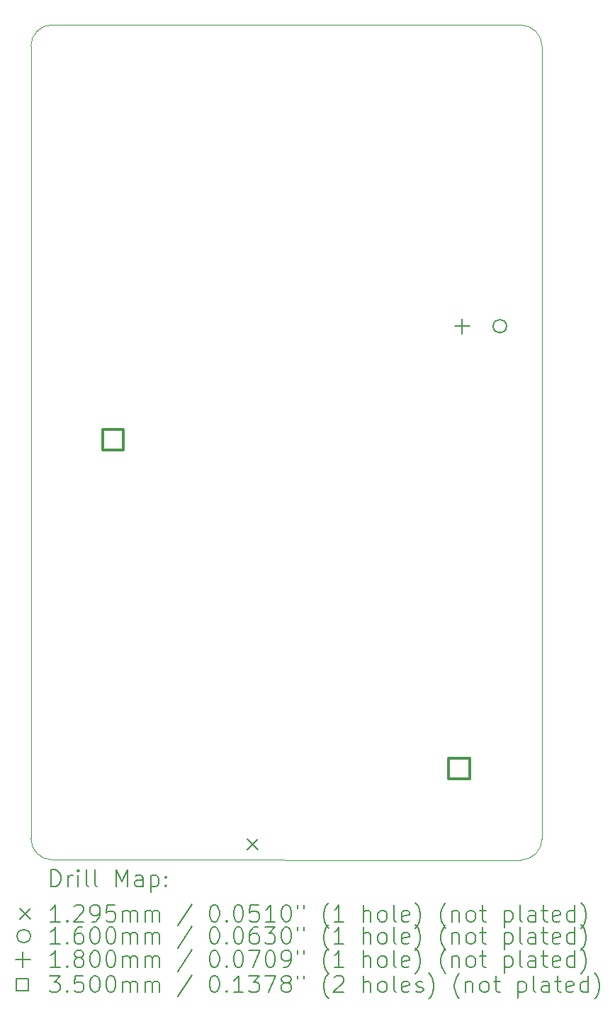
<source format=gbr>
%TF.GenerationSoftware,KiCad,Pcbnew,7.0.1*%
%TF.CreationDate,2024-03-15T23:25:39+01:00*%
%TF.ProjectId,NerdAxe_ultra,4e657264-4178-4655-9f75-6c7472612e6b,rev?*%
%TF.SameCoordinates,Original*%
%TF.FileFunction,Drillmap*%
%TF.FilePolarity,Positive*%
%FSLAX45Y45*%
G04 Gerber Fmt 4.5, Leading zero omitted, Abs format (unit mm)*
G04 Created by KiCad (PCBNEW 7.0.1) date 2024-03-15 23:25:39*
%MOMM*%
%LPD*%
G01*
G04 APERTURE LIST*
%ADD10C,0.100000*%
%ADD11C,0.200000*%
%ADD12C,0.129540*%
%ADD13C,0.160000*%
%ADD14C,0.180000*%
%ADD15C,0.350000*%
G04 APERTURE END LIST*
D10*
X7750000Y-4750000D02*
X13350000Y-4752200D01*
X13350000Y-14728400D02*
G75*
G03*
X13604000Y-14474400I0J254000D01*
G01*
X13604000Y-5006200D02*
G75*
G03*
X13350000Y-4752200I-254000J0D01*
G01*
X7750000Y-4750000D02*
G75*
G03*
X7496000Y-5004000I0J-254000D01*
G01*
X13350000Y-14728400D02*
X7750000Y-14726200D01*
X13604000Y-5006200D02*
X13604000Y-14474400D01*
X7496000Y-14472200D02*
G75*
G03*
X7750000Y-14726200I254000J0D01*
G01*
X7496000Y-14472200D02*
X7496000Y-5004000D01*
D11*
D12*
X10081470Y-14475315D02*
X10211010Y-14604855D01*
X10211010Y-14475315D02*
X10081470Y-14604855D01*
D13*
X13180000Y-8350000D02*
G75*
G03*
X13180000Y-8350000I-80000J0D01*
G01*
D14*
X12650000Y-8260000D02*
X12650000Y-8440000D01*
X12560000Y-8350000D02*
X12740000Y-8350000D01*
D15*
X8600145Y-9833265D02*
X8600145Y-9585775D01*
X8352655Y-9585775D01*
X8352655Y-9833265D01*
X8600145Y-9833265D01*
X12736745Y-13758745D02*
X12736745Y-13511255D01*
X12489255Y-13511255D01*
X12489255Y-13758745D01*
X12736745Y-13758745D01*
D11*
X7738619Y-15045924D02*
X7738619Y-14845924D01*
X7738619Y-14845924D02*
X7786238Y-14845924D01*
X7786238Y-14845924D02*
X7814809Y-14855448D01*
X7814809Y-14855448D02*
X7833857Y-14874495D01*
X7833857Y-14874495D02*
X7843381Y-14893543D01*
X7843381Y-14893543D02*
X7852905Y-14931638D01*
X7852905Y-14931638D02*
X7852905Y-14960209D01*
X7852905Y-14960209D02*
X7843381Y-14998305D01*
X7843381Y-14998305D02*
X7833857Y-15017352D01*
X7833857Y-15017352D02*
X7814809Y-15036400D01*
X7814809Y-15036400D02*
X7786238Y-15045924D01*
X7786238Y-15045924D02*
X7738619Y-15045924D01*
X7938619Y-15045924D02*
X7938619Y-14912590D01*
X7938619Y-14950686D02*
X7948143Y-14931638D01*
X7948143Y-14931638D02*
X7957667Y-14922114D01*
X7957667Y-14922114D02*
X7976714Y-14912590D01*
X7976714Y-14912590D02*
X7995762Y-14912590D01*
X8062428Y-15045924D02*
X8062428Y-14912590D01*
X8062428Y-14845924D02*
X8052905Y-14855448D01*
X8052905Y-14855448D02*
X8062428Y-14864971D01*
X8062428Y-14864971D02*
X8071952Y-14855448D01*
X8071952Y-14855448D02*
X8062428Y-14845924D01*
X8062428Y-14845924D02*
X8062428Y-14864971D01*
X8186238Y-15045924D02*
X8167190Y-15036400D01*
X8167190Y-15036400D02*
X8157667Y-15017352D01*
X8157667Y-15017352D02*
X8157667Y-14845924D01*
X8291000Y-15045924D02*
X8271952Y-15036400D01*
X8271952Y-15036400D02*
X8262428Y-15017352D01*
X8262428Y-15017352D02*
X8262428Y-14845924D01*
X8519571Y-15045924D02*
X8519571Y-14845924D01*
X8519571Y-14845924D02*
X8586238Y-14988781D01*
X8586238Y-14988781D02*
X8652905Y-14845924D01*
X8652905Y-14845924D02*
X8652905Y-15045924D01*
X8833857Y-15045924D02*
X8833857Y-14941162D01*
X8833857Y-14941162D02*
X8824333Y-14922114D01*
X8824333Y-14922114D02*
X8805286Y-14912590D01*
X8805286Y-14912590D02*
X8767190Y-14912590D01*
X8767190Y-14912590D02*
X8748143Y-14922114D01*
X8833857Y-15036400D02*
X8814810Y-15045924D01*
X8814810Y-15045924D02*
X8767190Y-15045924D01*
X8767190Y-15045924D02*
X8748143Y-15036400D01*
X8748143Y-15036400D02*
X8738619Y-15017352D01*
X8738619Y-15017352D02*
X8738619Y-14998305D01*
X8738619Y-14998305D02*
X8748143Y-14979257D01*
X8748143Y-14979257D02*
X8767190Y-14969733D01*
X8767190Y-14969733D02*
X8814810Y-14969733D01*
X8814810Y-14969733D02*
X8833857Y-14960209D01*
X8929095Y-14912590D02*
X8929095Y-15112590D01*
X8929095Y-14922114D02*
X8948143Y-14912590D01*
X8948143Y-14912590D02*
X8986238Y-14912590D01*
X8986238Y-14912590D02*
X9005286Y-14922114D01*
X9005286Y-14922114D02*
X9014810Y-14931638D01*
X9014810Y-14931638D02*
X9024333Y-14950686D01*
X9024333Y-14950686D02*
X9024333Y-15007828D01*
X9024333Y-15007828D02*
X9014810Y-15026876D01*
X9014810Y-15026876D02*
X9005286Y-15036400D01*
X9005286Y-15036400D02*
X8986238Y-15045924D01*
X8986238Y-15045924D02*
X8948143Y-15045924D01*
X8948143Y-15045924D02*
X8929095Y-15036400D01*
X9110048Y-15026876D02*
X9119571Y-15036400D01*
X9119571Y-15036400D02*
X9110048Y-15045924D01*
X9110048Y-15045924D02*
X9100524Y-15036400D01*
X9100524Y-15036400D02*
X9110048Y-15026876D01*
X9110048Y-15026876D02*
X9110048Y-15045924D01*
X9110048Y-14922114D02*
X9119571Y-14931638D01*
X9119571Y-14931638D02*
X9110048Y-14941162D01*
X9110048Y-14941162D02*
X9100524Y-14931638D01*
X9100524Y-14931638D02*
X9110048Y-14922114D01*
X9110048Y-14922114D02*
X9110048Y-14941162D01*
D12*
X7361460Y-15308630D02*
X7491000Y-15438170D01*
X7491000Y-15308630D02*
X7361460Y-15438170D01*
D11*
X7843381Y-15465924D02*
X7729095Y-15465924D01*
X7786238Y-15465924D02*
X7786238Y-15265924D01*
X7786238Y-15265924D02*
X7767190Y-15294495D01*
X7767190Y-15294495D02*
X7748143Y-15313543D01*
X7748143Y-15313543D02*
X7729095Y-15323067D01*
X7929095Y-15446876D02*
X7938619Y-15456400D01*
X7938619Y-15456400D02*
X7929095Y-15465924D01*
X7929095Y-15465924D02*
X7919571Y-15456400D01*
X7919571Y-15456400D02*
X7929095Y-15446876D01*
X7929095Y-15446876D02*
X7929095Y-15465924D01*
X8014809Y-15284971D02*
X8024333Y-15275448D01*
X8024333Y-15275448D02*
X8043381Y-15265924D01*
X8043381Y-15265924D02*
X8091000Y-15265924D01*
X8091000Y-15265924D02*
X8110048Y-15275448D01*
X8110048Y-15275448D02*
X8119571Y-15284971D01*
X8119571Y-15284971D02*
X8129095Y-15304019D01*
X8129095Y-15304019D02*
X8129095Y-15323067D01*
X8129095Y-15323067D02*
X8119571Y-15351638D01*
X8119571Y-15351638D02*
X8005286Y-15465924D01*
X8005286Y-15465924D02*
X8129095Y-15465924D01*
X8224333Y-15465924D02*
X8262428Y-15465924D01*
X8262428Y-15465924D02*
X8281476Y-15456400D01*
X8281476Y-15456400D02*
X8291000Y-15446876D01*
X8291000Y-15446876D02*
X8310048Y-15418305D01*
X8310048Y-15418305D02*
X8319571Y-15380209D01*
X8319571Y-15380209D02*
X8319571Y-15304019D01*
X8319571Y-15304019D02*
X8310048Y-15284971D01*
X8310048Y-15284971D02*
X8300524Y-15275448D01*
X8300524Y-15275448D02*
X8281476Y-15265924D01*
X8281476Y-15265924D02*
X8243381Y-15265924D01*
X8243381Y-15265924D02*
X8224333Y-15275448D01*
X8224333Y-15275448D02*
X8214809Y-15284971D01*
X8214809Y-15284971D02*
X8205286Y-15304019D01*
X8205286Y-15304019D02*
X8205286Y-15351638D01*
X8205286Y-15351638D02*
X8214809Y-15370686D01*
X8214809Y-15370686D02*
X8224333Y-15380209D01*
X8224333Y-15380209D02*
X8243381Y-15389733D01*
X8243381Y-15389733D02*
X8281476Y-15389733D01*
X8281476Y-15389733D02*
X8300524Y-15380209D01*
X8300524Y-15380209D02*
X8310048Y-15370686D01*
X8310048Y-15370686D02*
X8319571Y-15351638D01*
X8500524Y-15265924D02*
X8405286Y-15265924D01*
X8405286Y-15265924D02*
X8395762Y-15361162D01*
X8395762Y-15361162D02*
X8405286Y-15351638D01*
X8405286Y-15351638D02*
X8424333Y-15342114D01*
X8424333Y-15342114D02*
X8471952Y-15342114D01*
X8471952Y-15342114D02*
X8491000Y-15351638D01*
X8491000Y-15351638D02*
X8500524Y-15361162D01*
X8500524Y-15361162D02*
X8510048Y-15380209D01*
X8510048Y-15380209D02*
X8510048Y-15427828D01*
X8510048Y-15427828D02*
X8500524Y-15446876D01*
X8500524Y-15446876D02*
X8491000Y-15456400D01*
X8491000Y-15456400D02*
X8471952Y-15465924D01*
X8471952Y-15465924D02*
X8424333Y-15465924D01*
X8424333Y-15465924D02*
X8405286Y-15456400D01*
X8405286Y-15456400D02*
X8395762Y-15446876D01*
X8595762Y-15465924D02*
X8595762Y-15332590D01*
X8595762Y-15351638D02*
X8605286Y-15342114D01*
X8605286Y-15342114D02*
X8624333Y-15332590D01*
X8624333Y-15332590D02*
X8652905Y-15332590D01*
X8652905Y-15332590D02*
X8671952Y-15342114D01*
X8671952Y-15342114D02*
X8681476Y-15361162D01*
X8681476Y-15361162D02*
X8681476Y-15465924D01*
X8681476Y-15361162D02*
X8691000Y-15342114D01*
X8691000Y-15342114D02*
X8710048Y-15332590D01*
X8710048Y-15332590D02*
X8738619Y-15332590D01*
X8738619Y-15332590D02*
X8757667Y-15342114D01*
X8757667Y-15342114D02*
X8767191Y-15361162D01*
X8767191Y-15361162D02*
X8767191Y-15465924D01*
X8862429Y-15465924D02*
X8862429Y-15332590D01*
X8862429Y-15351638D02*
X8871952Y-15342114D01*
X8871952Y-15342114D02*
X8891000Y-15332590D01*
X8891000Y-15332590D02*
X8919572Y-15332590D01*
X8919572Y-15332590D02*
X8938619Y-15342114D01*
X8938619Y-15342114D02*
X8948143Y-15361162D01*
X8948143Y-15361162D02*
X8948143Y-15465924D01*
X8948143Y-15361162D02*
X8957667Y-15342114D01*
X8957667Y-15342114D02*
X8976714Y-15332590D01*
X8976714Y-15332590D02*
X9005286Y-15332590D01*
X9005286Y-15332590D02*
X9024333Y-15342114D01*
X9024333Y-15342114D02*
X9033857Y-15361162D01*
X9033857Y-15361162D02*
X9033857Y-15465924D01*
X9424333Y-15256400D02*
X9252905Y-15513543D01*
X9681476Y-15265924D02*
X9700524Y-15265924D01*
X9700524Y-15265924D02*
X9719572Y-15275448D01*
X9719572Y-15275448D02*
X9729095Y-15284971D01*
X9729095Y-15284971D02*
X9738619Y-15304019D01*
X9738619Y-15304019D02*
X9748143Y-15342114D01*
X9748143Y-15342114D02*
X9748143Y-15389733D01*
X9748143Y-15389733D02*
X9738619Y-15427828D01*
X9738619Y-15427828D02*
X9729095Y-15446876D01*
X9729095Y-15446876D02*
X9719572Y-15456400D01*
X9719572Y-15456400D02*
X9700524Y-15465924D01*
X9700524Y-15465924D02*
X9681476Y-15465924D01*
X9681476Y-15465924D02*
X9662429Y-15456400D01*
X9662429Y-15456400D02*
X9652905Y-15446876D01*
X9652905Y-15446876D02*
X9643381Y-15427828D01*
X9643381Y-15427828D02*
X9633857Y-15389733D01*
X9633857Y-15389733D02*
X9633857Y-15342114D01*
X9633857Y-15342114D02*
X9643381Y-15304019D01*
X9643381Y-15304019D02*
X9652905Y-15284971D01*
X9652905Y-15284971D02*
X9662429Y-15275448D01*
X9662429Y-15275448D02*
X9681476Y-15265924D01*
X9833857Y-15446876D02*
X9843381Y-15456400D01*
X9843381Y-15456400D02*
X9833857Y-15465924D01*
X9833857Y-15465924D02*
X9824334Y-15456400D01*
X9824334Y-15456400D02*
X9833857Y-15446876D01*
X9833857Y-15446876D02*
X9833857Y-15465924D01*
X9967191Y-15265924D02*
X9986238Y-15265924D01*
X9986238Y-15265924D02*
X10005286Y-15275448D01*
X10005286Y-15275448D02*
X10014810Y-15284971D01*
X10014810Y-15284971D02*
X10024334Y-15304019D01*
X10024334Y-15304019D02*
X10033857Y-15342114D01*
X10033857Y-15342114D02*
X10033857Y-15389733D01*
X10033857Y-15389733D02*
X10024334Y-15427828D01*
X10024334Y-15427828D02*
X10014810Y-15446876D01*
X10014810Y-15446876D02*
X10005286Y-15456400D01*
X10005286Y-15456400D02*
X9986238Y-15465924D01*
X9986238Y-15465924D02*
X9967191Y-15465924D01*
X9967191Y-15465924D02*
X9948143Y-15456400D01*
X9948143Y-15456400D02*
X9938619Y-15446876D01*
X9938619Y-15446876D02*
X9929095Y-15427828D01*
X9929095Y-15427828D02*
X9919572Y-15389733D01*
X9919572Y-15389733D02*
X9919572Y-15342114D01*
X9919572Y-15342114D02*
X9929095Y-15304019D01*
X9929095Y-15304019D02*
X9938619Y-15284971D01*
X9938619Y-15284971D02*
X9948143Y-15275448D01*
X9948143Y-15275448D02*
X9967191Y-15265924D01*
X10214810Y-15265924D02*
X10119572Y-15265924D01*
X10119572Y-15265924D02*
X10110048Y-15361162D01*
X10110048Y-15361162D02*
X10119572Y-15351638D01*
X10119572Y-15351638D02*
X10138619Y-15342114D01*
X10138619Y-15342114D02*
X10186238Y-15342114D01*
X10186238Y-15342114D02*
X10205286Y-15351638D01*
X10205286Y-15351638D02*
X10214810Y-15361162D01*
X10214810Y-15361162D02*
X10224334Y-15380209D01*
X10224334Y-15380209D02*
X10224334Y-15427828D01*
X10224334Y-15427828D02*
X10214810Y-15446876D01*
X10214810Y-15446876D02*
X10205286Y-15456400D01*
X10205286Y-15456400D02*
X10186238Y-15465924D01*
X10186238Y-15465924D02*
X10138619Y-15465924D01*
X10138619Y-15465924D02*
X10119572Y-15456400D01*
X10119572Y-15456400D02*
X10110048Y-15446876D01*
X10414810Y-15465924D02*
X10300524Y-15465924D01*
X10357667Y-15465924D02*
X10357667Y-15265924D01*
X10357667Y-15265924D02*
X10338619Y-15294495D01*
X10338619Y-15294495D02*
X10319572Y-15313543D01*
X10319572Y-15313543D02*
X10300524Y-15323067D01*
X10538619Y-15265924D02*
X10557667Y-15265924D01*
X10557667Y-15265924D02*
X10576715Y-15275448D01*
X10576715Y-15275448D02*
X10586238Y-15284971D01*
X10586238Y-15284971D02*
X10595762Y-15304019D01*
X10595762Y-15304019D02*
X10605286Y-15342114D01*
X10605286Y-15342114D02*
X10605286Y-15389733D01*
X10605286Y-15389733D02*
X10595762Y-15427828D01*
X10595762Y-15427828D02*
X10586238Y-15446876D01*
X10586238Y-15446876D02*
X10576715Y-15456400D01*
X10576715Y-15456400D02*
X10557667Y-15465924D01*
X10557667Y-15465924D02*
X10538619Y-15465924D01*
X10538619Y-15465924D02*
X10519572Y-15456400D01*
X10519572Y-15456400D02*
X10510048Y-15446876D01*
X10510048Y-15446876D02*
X10500524Y-15427828D01*
X10500524Y-15427828D02*
X10491000Y-15389733D01*
X10491000Y-15389733D02*
X10491000Y-15342114D01*
X10491000Y-15342114D02*
X10500524Y-15304019D01*
X10500524Y-15304019D02*
X10510048Y-15284971D01*
X10510048Y-15284971D02*
X10519572Y-15275448D01*
X10519572Y-15275448D02*
X10538619Y-15265924D01*
X10681476Y-15265924D02*
X10681476Y-15304019D01*
X10757667Y-15265924D02*
X10757667Y-15304019D01*
X11052905Y-15542114D02*
X11043381Y-15532590D01*
X11043381Y-15532590D02*
X11024334Y-15504019D01*
X11024334Y-15504019D02*
X11014810Y-15484971D01*
X11014810Y-15484971D02*
X11005286Y-15456400D01*
X11005286Y-15456400D02*
X10995762Y-15408781D01*
X10995762Y-15408781D02*
X10995762Y-15370686D01*
X10995762Y-15370686D02*
X11005286Y-15323067D01*
X11005286Y-15323067D02*
X11014810Y-15294495D01*
X11014810Y-15294495D02*
X11024334Y-15275448D01*
X11024334Y-15275448D02*
X11043381Y-15246876D01*
X11043381Y-15246876D02*
X11052905Y-15237352D01*
X11233857Y-15465924D02*
X11119572Y-15465924D01*
X11176715Y-15465924D02*
X11176715Y-15265924D01*
X11176715Y-15265924D02*
X11157667Y-15294495D01*
X11157667Y-15294495D02*
X11138619Y-15313543D01*
X11138619Y-15313543D02*
X11119572Y-15323067D01*
X11471953Y-15465924D02*
X11471953Y-15265924D01*
X11557667Y-15465924D02*
X11557667Y-15361162D01*
X11557667Y-15361162D02*
X11548143Y-15342114D01*
X11548143Y-15342114D02*
X11529096Y-15332590D01*
X11529096Y-15332590D02*
X11500524Y-15332590D01*
X11500524Y-15332590D02*
X11481476Y-15342114D01*
X11481476Y-15342114D02*
X11471953Y-15351638D01*
X11681476Y-15465924D02*
X11662429Y-15456400D01*
X11662429Y-15456400D02*
X11652905Y-15446876D01*
X11652905Y-15446876D02*
X11643381Y-15427828D01*
X11643381Y-15427828D02*
X11643381Y-15370686D01*
X11643381Y-15370686D02*
X11652905Y-15351638D01*
X11652905Y-15351638D02*
X11662429Y-15342114D01*
X11662429Y-15342114D02*
X11681476Y-15332590D01*
X11681476Y-15332590D02*
X11710048Y-15332590D01*
X11710048Y-15332590D02*
X11729096Y-15342114D01*
X11729096Y-15342114D02*
X11738619Y-15351638D01*
X11738619Y-15351638D02*
X11748143Y-15370686D01*
X11748143Y-15370686D02*
X11748143Y-15427828D01*
X11748143Y-15427828D02*
X11738619Y-15446876D01*
X11738619Y-15446876D02*
X11729096Y-15456400D01*
X11729096Y-15456400D02*
X11710048Y-15465924D01*
X11710048Y-15465924D02*
X11681476Y-15465924D01*
X11862429Y-15465924D02*
X11843381Y-15456400D01*
X11843381Y-15456400D02*
X11833857Y-15437352D01*
X11833857Y-15437352D02*
X11833857Y-15265924D01*
X12014810Y-15456400D02*
X11995762Y-15465924D01*
X11995762Y-15465924D02*
X11957667Y-15465924D01*
X11957667Y-15465924D02*
X11938619Y-15456400D01*
X11938619Y-15456400D02*
X11929096Y-15437352D01*
X11929096Y-15437352D02*
X11929096Y-15361162D01*
X11929096Y-15361162D02*
X11938619Y-15342114D01*
X11938619Y-15342114D02*
X11957667Y-15332590D01*
X11957667Y-15332590D02*
X11995762Y-15332590D01*
X11995762Y-15332590D02*
X12014810Y-15342114D01*
X12014810Y-15342114D02*
X12024334Y-15361162D01*
X12024334Y-15361162D02*
X12024334Y-15380209D01*
X12024334Y-15380209D02*
X11929096Y-15399257D01*
X12091000Y-15542114D02*
X12100524Y-15532590D01*
X12100524Y-15532590D02*
X12119572Y-15504019D01*
X12119572Y-15504019D02*
X12129096Y-15484971D01*
X12129096Y-15484971D02*
X12138619Y-15456400D01*
X12138619Y-15456400D02*
X12148143Y-15408781D01*
X12148143Y-15408781D02*
X12148143Y-15370686D01*
X12148143Y-15370686D02*
X12138619Y-15323067D01*
X12138619Y-15323067D02*
X12129096Y-15294495D01*
X12129096Y-15294495D02*
X12119572Y-15275448D01*
X12119572Y-15275448D02*
X12100524Y-15246876D01*
X12100524Y-15246876D02*
X12091000Y-15237352D01*
X12452905Y-15542114D02*
X12443381Y-15532590D01*
X12443381Y-15532590D02*
X12424334Y-15504019D01*
X12424334Y-15504019D02*
X12414810Y-15484971D01*
X12414810Y-15484971D02*
X12405286Y-15456400D01*
X12405286Y-15456400D02*
X12395762Y-15408781D01*
X12395762Y-15408781D02*
X12395762Y-15370686D01*
X12395762Y-15370686D02*
X12405286Y-15323067D01*
X12405286Y-15323067D02*
X12414810Y-15294495D01*
X12414810Y-15294495D02*
X12424334Y-15275448D01*
X12424334Y-15275448D02*
X12443381Y-15246876D01*
X12443381Y-15246876D02*
X12452905Y-15237352D01*
X12529096Y-15332590D02*
X12529096Y-15465924D01*
X12529096Y-15351638D02*
X12538619Y-15342114D01*
X12538619Y-15342114D02*
X12557667Y-15332590D01*
X12557667Y-15332590D02*
X12586238Y-15332590D01*
X12586238Y-15332590D02*
X12605286Y-15342114D01*
X12605286Y-15342114D02*
X12614810Y-15361162D01*
X12614810Y-15361162D02*
X12614810Y-15465924D01*
X12738619Y-15465924D02*
X12719572Y-15456400D01*
X12719572Y-15456400D02*
X12710048Y-15446876D01*
X12710048Y-15446876D02*
X12700524Y-15427828D01*
X12700524Y-15427828D02*
X12700524Y-15370686D01*
X12700524Y-15370686D02*
X12710048Y-15351638D01*
X12710048Y-15351638D02*
X12719572Y-15342114D01*
X12719572Y-15342114D02*
X12738619Y-15332590D01*
X12738619Y-15332590D02*
X12767191Y-15332590D01*
X12767191Y-15332590D02*
X12786238Y-15342114D01*
X12786238Y-15342114D02*
X12795762Y-15351638D01*
X12795762Y-15351638D02*
X12805286Y-15370686D01*
X12805286Y-15370686D02*
X12805286Y-15427828D01*
X12805286Y-15427828D02*
X12795762Y-15446876D01*
X12795762Y-15446876D02*
X12786238Y-15456400D01*
X12786238Y-15456400D02*
X12767191Y-15465924D01*
X12767191Y-15465924D02*
X12738619Y-15465924D01*
X12862429Y-15332590D02*
X12938619Y-15332590D01*
X12891000Y-15265924D02*
X12891000Y-15437352D01*
X12891000Y-15437352D02*
X12900524Y-15456400D01*
X12900524Y-15456400D02*
X12919572Y-15465924D01*
X12919572Y-15465924D02*
X12938619Y-15465924D01*
X13157667Y-15332590D02*
X13157667Y-15532590D01*
X13157667Y-15342114D02*
X13176715Y-15332590D01*
X13176715Y-15332590D02*
X13214810Y-15332590D01*
X13214810Y-15332590D02*
X13233858Y-15342114D01*
X13233858Y-15342114D02*
X13243381Y-15351638D01*
X13243381Y-15351638D02*
X13252905Y-15370686D01*
X13252905Y-15370686D02*
X13252905Y-15427828D01*
X13252905Y-15427828D02*
X13243381Y-15446876D01*
X13243381Y-15446876D02*
X13233858Y-15456400D01*
X13233858Y-15456400D02*
X13214810Y-15465924D01*
X13214810Y-15465924D02*
X13176715Y-15465924D01*
X13176715Y-15465924D02*
X13157667Y-15456400D01*
X13367191Y-15465924D02*
X13348143Y-15456400D01*
X13348143Y-15456400D02*
X13338619Y-15437352D01*
X13338619Y-15437352D02*
X13338619Y-15265924D01*
X13529096Y-15465924D02*
X13529096Y-15361162D01*
X13529096Y-15361162D02*
X13519572Y-15342114D01*
X13519572Y-15342114D02*
X13500524Y-15332590D01*
X13500524Y-15332590D02*
X13462429Y-15332590D01*
X13462429Y-15332590D02*
X13443381Y-15342114D01*
X13529096Y-15456400D02*
X13510048Y-15465924D01*
X13510048Y-15465924D02*
X13462429Y-15465924D01*
X13462429Y-15465924D02*
X13443381Y-15456400D01*
X13443381Y-15456400D02*
X13433858Y-15437352D01*
X13433858Y-15437352D02*
X13433858Y-15418305D01*
X13433858Y-15418305D02*
X13443381Y-15399257D01*
X13443381Y-15399257D02*
X13462429Y-15389733D01*
X13462429Y-15389733D02*
X13510048Y-15389733D01*
X13510048Y-15389733D02*
X13529096Y-15380209D01*
X13595762Y-15332590D02*
X13671953Y-15332590D01*
X13624334Y-15265924D02*
X13624334Y-15437352D01*
X13624334Y-15437352D02*
X13633858Y-15456400D01*
X13633858Y-15456400D02*
X13652905Y-15465924D01*
X13652905Y-15465924D02*
X13671953Y-15465924D01*
X13814810Y-15456400D02*
X13795762Y-15465924D01*
X13795762Y-15465924D02*
X13757667Y-15465924D01*
X13757667Y-15465924D02*
X13738619Y-15456400D01*
X13738619Y-15456400D02*
X13729096Y-15437352D01*
X13729096Y-15437352D02*
X13729096Y-15361162D01*
X13729096Y-15361162D02*
X13738619Y-15342114D01*
X13738619Y-15342114D02*
X13757667Y-15332590D01*
X13757667Y-15332590D02*
X13795762Y-15332590D01*
X13795762Y-15332590D02*
X13814810Y-15342114D01*
X13814810Y-15342114D02*
X13824334Y-15361162D01*
X13824334Y-15361162D02*
X13824334Y-15380209D01*
X13824334Y-15380209D02*
X13729096Y-15399257D01*
X13995762Y-15465924D02*
X13995762Y-15265924D01*
X13995762Y-15456400D02*
X13976715Y-15465924D01*
X13976715Y-15465924D02*
X13938619Y-15465924D01*
X13938619Y-15465924D02*
X13919572Y-15456400D01*
X13919572Y-15456400D02*
X13910048Y-15446876D01*
X13910048Y-15446876D02*
X13900524Y-15427828D01*
X13900524Y-15427828D02*
X13900524Y-15370686D01*
X13900524Y-15370686D02*
X13910048Y-15351638D01*
X13910048Y-15351638D02*
X13919572Y-15342114D01*
X13919572Y-15342114D02*
X13938619Y-15332590D01*
X13938619Y-15332590D02*
X13976715Y-15332590D01*
X13976715Y-15332590D02*
X13995762Y-15342114D01*
X14071953Y-15542114D02*
X14081477Y-15532590D01*
X14081477Y-15532590D02*
X14100524Y-15504019D01*
X14100524Y-15504019D02*
X14110048Y-15484971D01*
X14110048Y-15484971D02*
X14119572Y-15456400D01*
X14119572Y-15456400D02*
X14129096Y-15408781D01*
X14129096Y-15408781D02*
X14129096Y-15370686D01*
X14129096Y-15370686D02*
X14119572Y-15323067D01*
X14119572Y-15323067D02*
X14110048Y-15294495D01*
X14110048Y-15294495D02*
X14100524Y-15275448D01*
X14100524Y-15275448D02*
X14081477Y-15246876D01*
X14081477Y-15246876D02*
X14071953Y-15237352D01*
D13*
X7491000Y-15637400D02*
G75*
G03*
X7491000Y-15637400I-80000J0D01*
G01*
D11*
X7843381Y-15729924D02*
X7729095Y-15729924D01*
X7786238Y-15729924D02*
X7786238Y-15529924D01*
X7786238Y-15529924D02*
X7767190Y-15558495D01*
X7767190Y-15558495D02*
X7748143Y-15577543D01*
X7748143Y-15577543D02*
X7729095Y-15587067D01*
X7929095Y-15710876D02*
X7938619Y-15720400D01*
X7938619Y-15720400D02*
X7929095Y-15729924D01*
X7929095Y-15729924D02*
X7919571Y-15720400D01*
X7919571Y-15720400D02*
X7929095Y-15710876D01*
X7929095Y-15710876D02*
X7929095Y-15729924D01*
X8110048Y-15529924D02*
X8071952Y-15529924D01*
X8071952Y-15529924D02*
X8052905Y-15539448D01*
X8052905Y-15539448D02*
X8043381Y-15548971D01*
X8043381Y-15548971D02*
X8024333Y-15577543D01*
X8024333Y-15577543D02*
X8014809Y-15615638D01*
X8014809Y-15615638D02*
X8014809Y-15691828D01*
X8014809Y-15691828D02*
X8024333Y-15710876D01*
X8024333Y-15710876D02*
X8033857Y-15720400D01*
X8033857Y-15720400D02*
X8052905Y-15729924D01*
X8052905Y-15729924D02*
X8091000Y-15729924D01*
X8091000Y-15729924D02*
X8110048Y-15720400D01*
X8110048Y-15720400D02*
X8119571Y-15710876D01*
X8119571Y-15710876D02*
X8129095Y-15691828D01*
X8129095Y-15691828D02*
X8129095Y-15644209D01*
X8129095Y-15644209D02*
X8119571Y-15625162D01*
X8119571Y-15625162D02*
X8110048Y-15615638D01*
X8110048Y-15615638D02*
X8091000Y-15606114D01*
X8091000Y-15606114D02*
X8052905Y-15606114D01*
X8052905Y-15606114D02*
X8033857Y-15615638D01*
X8033857Y-15615638D02*
X8024333Y-15625162D01*
X8024333Y-15625162D02*
X8014809Y-15644209D01*
X8252905Y-15529924D02*
X8271952Y-15529924D01*
X8271952Y-15529924D02*
X8291000Y-15539448D01*
X8291000Y-15539448D02*
X8300524Y-15548971D01*
X8300524Y-15548971D02*
X8310048Y-15568019D01*
X8310048Y-15568019D02*
X8319571Y-15606114D01*
X8319571Y-15606114D02*
X8319571Y-15653733D01*
X8319571Y-15653733D02*
X8310048Y-15691828D01*
X8310048Y-15691828D02*
X8300524Y-15710876D01*
X8300524Y-15710876D02*
X8291000Y-15720400D01*
X8291000Y-15720400D02*
X8271952Y-15729924D01*
X8271952Y-15729924D02*
X8252905Y-15729924D01*
X8252905Y-15729924D02*
X8233857Y-15720400D01*
X8233857Y-15720400D02*
X8224333Y-15710876D01*
X8224333Y-15710876D02*
X8214809Y-15691828D01*
X8214809Y-15691828D02*
X8205286Y-15653733D01*
X8205286Y-15653733D02*
X8205286Y-15606114D01*
X8205286Y-15606114D02*
X8214809Y-15568019D01*
X8214809Y-15568019D02*
X8224333Y-15548971D01*
X8224333Y-15548971D02*
X8233857Y-15539448D01*
X8233857Y-15539448D02*
X8252905Y-15529924D01*
X8443381Y-15529924D02*
X8462429Y-15529924D01*
X8462429Y-15529924D02*
X8481476Y-15539448D01*
X8481476Y-15539448D02*
X8491000Y-15548971D01*
X8491000Y-15548971D02*
X8500524Y-15568019D01*
X8500524Y-15568019D02*
X8510048Y-15606114D01*
X8510048Y-15606114D02*
X8510048Y-15653733D01*
X8510048Y-15653733D02*
X8500524Y-15691828D01*
X8500524Y-15691828D02*
X8491000Y-15710876D01*
X8491000Y-15710876D02*
X8481476Y-15720400D01*
X8481476Y-15720400D02*
X8462429Y-15729924D01*
X8462429Y-15729924D02*
X8443381Y-15729924D01*
X8443381Y-15729924D02*
X8424333Y-15720400D01*
X8424333Y-15720400D02*
X8414810Y-15710876D01*
X8414810Y-15710876D02*
X8405286Y-15691828D01*
X8405286Y-15691828D02*
X8395762Y-15653733D01*
X8395762Y-15653733D02*
X8395762Y-15606114D01*
X8395762Y-15606114D02*
X8405286Y-15568019D01*
X8405286Y-15568019D02*
X8414810Y-15548971D01*
X8414810Y-15548971D02*
X8424333Y-15539448D01*
X8424333Y-15539448D02*
X8443381Y-15529924D01*
X8595762Y-15729924D02*
X8595762Y-15596590D01*
X8595762Y-15615638D02*
X8605286Y-15606114D01*
X8605286Y-15606114D02*
X8624333Y-15596590D01*
X8624333Y-15596590D02*
X8652905Y-15596590D01*
X8652905Y-15596590D02*
X8671952Y-15606114D01*
X8671952Y-15606114D02*
X8681476Y-15625162D01*
X8681476Y-15625162D02*
X8681476Y-15729924D01*
X8681476Y-15625162D02*
X8691000Y-15606114D01*
X8691000Y-15606114D02*
X8710048Y-15596590D01*
X8710048Y-15596590D02*
X8738619Y-15596590D01*
X8738619Y-15596590D02*
X8757667Y-15606114D01*
X8757667Y-15606114D02*
X8767191Y-15625162D01*
X8767191Y-15625162D02*
X8767191Y-15729924D01*
X8862429Y-15729924D02*
X8862429Y-15596590D01*
X8862429Y-15615638D02*
X8871952Y-15606114D01*
X8871952Y-15606114D02*
X8891000Y-15596590D01*
X8891000Y-15596590D02*
X8919572Y-15596590D01*
X8919572Y-15596590D02*
X8938619Y-15606114D01*
X8938619Y-15606114D02*
X8948143Y-15625162D01*
X8948143Y-15625162D02*
X8948143Y-15729924D01*
X8948143Y-15625162D02*
X8957667Y-15606114D01*
X8957667Y-15606114D02*
X8976714Y-15596590D01*
X8976714Y-15596590D02*
X9005286Y-15596590D01*
X9005286Y-15596590D02*
X9024333Y-15606114D01*
X9024333Y-15606114D02*
X9033857Y-15625162D01*
X9033857Y-15625162D02*
X9033857Y-15729924D01*
X9424333Y-15520400D02*
X9252905Y-15777543D01*
X9681476Y-15529924D02*
X9700524Y-15529924D01*
X9700524Y-15529924D02*
X9719572Y-15539448D01*
X9719572Y-15539448D02*
X9729095Y-15548971D01*
X9729095Y-15548971D02*
X9738619Y-15568019D01*
X9738619Y-15568019D02*
X9748143Y-15606114D01*
X9748143Y-15606114D02*
X9748143Y-15653733D01*
X9748143Y-15653733D02*
X9738619Y-15691828D01*
X9738619Y-15691828D02*
X9729095Y-15710876D01*
X9729095Y-15710876D02*
X9719572Y-15720400D01*
X9719572Y-15720400D02*
X9700524Y-15729924D01*
X9700524Y-15729924D02*
X9681476Y-15729924D01*
X9681476Y-15729924D02*
X9662429Y-15720400D01*
X9662429Y-15720400D02*
X9652905Y-15710876D01*
X9652905Y-15710876D02*
X9643381Y-15691828D01*
X9643381Y-15691828D02*
X9633857Y-15653733D01*
X9633857Y-15653733D02*
X9633857Y-15606114D01*
X9633857Y-15606114D02*
X9643381Y-15568019D01*
X9643381Y-15568019D02*
X9652905Y-15548971D01*
X9652905Y-15548971D02*
X9662429Y-15539448D01*
X9662429Y-15539448D02*
X9681476Y-15529924D01*
X9833857Y-15710876D02*
X9843381Y-15720400D01*
X9843381Y-15720400D02*
X9833857Y-15729924D01*
X9833857Y-15729924D02*
X9824334Y-15720400D01*
X9824334Y-15720400D02*
X9833857Y-15710876D01*
X9833857Y-15710876D02*
X9833857Y-15729924D01*
X9967191Y-15529924D02*
X9986238Y-15529924D01*
X9986238Y-15529924D02*
X10005286Y-15539448D01*
X10005286Y-15539448D02*
X10014810Y-15548971D01*
X10014810Y-15548971D02*
X10024334Y-15568019D01*
X10024334Y-15568019D02*
X10033857Y-15606114D01*
X10033857Y-15606114D02*
X10033857Y-15653733D01*
X10033857Y-15653733D02*
X10024334Y-15691828D01*
X10024334Y-15691828D02*
X10014810Y-15710876D01*
X10014810Y-15710876D02*
X10005286Y-15720400D01*
X10005286Y-15720400D02*
X9986238Y-15729924D01*
X9986238Y-15729924D02*
X9967191Y-15729924D01*
X9967191Y-15729924D02*
X9948143Y-15720400D01*
X9948143Y-15720400D02*
X9938619Y-15710876D01*
X9938619Y-15710876D02*
X9929095Y-15691828D01*
X9929095Y-15691828D02*
X9919572Y-15653733D01*
X9919572Y-15653733D02*
X9919572Y-15606114D01*
X9919572Y-15606114D02*
X9929095Y-15568019D01*
X9929095Y-15568019D02*
X9938619Y-15548971D01*
X9938619Y-15548971D02*
X9948143Y-15539448D01*
X9948143Y-15539448D02*
X9967191Y-15529924D01*
X10205286Y-15529924D02*
X10167191Y-15529924D01*
X10167191Y-15529924D02*
X10148143Y-15539448D01*
X10148143Y-15539448D02*
X10138619Y-15548971D01*
X10138619Y-15548971D02*
X10119572Y-15577543D01*
X10119572Y-15577543D02*
X10110048Y-15615638D01*
X10110048Y-15615638D02*
X10110048Y-15691828D01*
X10110048Y-15691828D02*
X10119572Y-15710876D01*
X10119572Y-15710876D02*
X10129095Y-15720400D01*
X10129095Y-15720400D02*
X10148143Y-15729924D01*
X10148143Y-15729924D02*
X10186238Y-15729924D01*
X10186238Y-15729924D02*
X10205286Y-15720400D01*
X10205286Y-15720400D02*
X10214810Y-15710876D01*
X10214810Y-15710876D02*
X10224334Y-15691828D01*
X10224334Y-15691828D02*
X10224334Y-15644209D01*
X10224334Y-15644209D02*
X10214810Y-15625162D01*
X10214810Y-15625162D02*
X10205286Y-15615638D01*
X10205286Y-15615638D02*
X10186238Y-15606114D01*
X10186238Y-15606114D02*
X10148143Y-15606114D01*
X10148143Y-15606114D02*
X10129095Y-15615638D01*
X10129095Y-15615638D02*
X10119572Y-15625162D01*
X10119572Y-15625162D02*
X10110048Y-15644209D01*
X10291000Y-15529924D02*
X10414810Y-15529924D01*
X10414810Y-15529924D02*
X10348143Y-15606114D01*
X10348143Y-15606114D02*
X10376715Y-15606114D01*
X10376715Y-15606114D02*
X10395762Y-15615638D01*
X10395762Y-15615638D02*
X10405286Y-15625162D01*
X10405286Y-15625162D02*
X10414810Y-15644209D01*
X10414810Y-15644209D02*
X10414810Y-15691828D01*
X10414810Y-15691828D02*
X10405286Y-15710876D01*
X10405286Y-15710876D02*
X10395762Y-15720400D01*
X10395762Y-15720400D02*
X10376715Y-15729924D01*
X10376715Y-15729924D02*
X10319572Y-15729924D01*
X10319572Y-15729924D02*
X10300524Y-15720400D01*
X10300524Y-15720400D02*
X10291000Y-15710876D01*
X10538619Y-15529924D02*
X10557667Y-15529924D01*
X10557667Y-15529924D02*
X10576715Y-15539448D01*
X10576715Y-15539448D02*
X10586238Y-15548971D01*
X10586238Y-15548971D02*
X10595762Y-15568019D01*
X10595762Y-15568019D02*
X10605286Y-15606114D01*
X10605286Y-15606114D02*
X10605286Y-15653733D01*
X10605286Y-15653733D02*
X10595762Y-15691828D01*
X10595762Y-15691828D02*
X10586238Y-15710876D01*
X10586238Y-15710876D02*
X10576715Y-15720400D01*
X10576715Y-15720400D02*
X10557667Y-15729924D01*
X10557667Y-15729924D02*
X10538619Y-15729924D01*
X10538619Y-15729924D02*
X10519572Y-15720400D01*
X10519572Y-15720400D02*
X10510048Y-15710876D01*
X10510048Y-15710876D02*
X10500524Y-15691828D01*
X10500524Y-15691828D02*
X10491000Y-15653733D01*
X10491000Y-15653733D02*
X10491000Y-15606114D01*
X10491000Y-15606114D02*
X10500524Y-15568019D01*
X10500524Y-15568019D02*
X10510048Y-15548971D01*
X10510048Y-15548971D02*
X10519572Y-15539448D01*
X10519572Y-15539448D02*
X10538619Y-15529924D01*
X10681476Y-15529924D02*
X10681476Y-15568019D01*
X10757667Y-15529924D02*
X10757667Y-15568019D01*
X11052905Y-15806114D02*
X11043381Y-15796590D01*
X11043381Y-15796590D02*
X11024334Y-15768019D01*
X11024334Y-15768019D02*
X11014810Y-15748971D01*
X11014810Y-15748971D02*
X11005286Y-15720400D01*
X11005286Y-15720400D02*
X10995762Y-15672781D01*
X10995762Y-15672781D02*
X10995762Y-15634686D01*
X10995762Y-15634686D02*
X11005286Y-15587067D01*
X11005286Y-15587067D02*
X11014810Y-15558495D01*
X11014810Y-15558495D02*
X11024334Y-15539448D01*
X11024334Y-15539448D02*
X11043381Y-15510876D01*
X11043381Y-15510876D02*
X11052905Y-15501352D01*
X11233857Y-15729924D02*
X11119572Y-15729924D01*
X11176715Y-15729924D02*
X11176715Y-15529924D01*
X11176715Y-15529924D02*
X11157667Y-15558495D01*
X11157667Y-15558495D02*
X11138619Y-15577543D01*
X11138619Y-15577543D02*
X11119572Y-15587067D01*
X11471953Y-15729924D02*
X11471953Y-15529924D01*
X11557667Y-15729924D02*
X11557667Y-15625162D01*
X11557667Y-15625162D02*
X11548143Y-15606114D01*
X11548143Y-15606114D02*
X11529096Y-15596590D01*
X11529096Y-15596590D02*
X11500524Y-15596590D01*
X11500524Y-15596590D02*
X11481476Y-15606114D01*
X11481476Y-15606114D02*
X11471953Y-15615638D01*
X11681476Y-15729924D02*
X11662429Y-15720400D01*
X11662429Y-15720400D02*
X11652905Y-15710876D01*
X11652905Y-15710876D02*
X11643381Y-15691828D01*
X11643381Y-15691828D02*
X11643381Y-15634686D01*
X11643381Y-15634686D02*
X11652905Y-15615638D01*
X11652905Y-15615638D02*
X11662429Y-15606114D01*
X11662429Y-15606114D02*
X11681476Y-15596590D01*
X11681476Y-15596590D02*
X11710048Y-15596590D01*
X11710048Y-15596590D02*
X11729096Y-15606114D01*
X11729096Y-15606114D02*
X11738619Y-15615638D01*
X11738619Y-15615638D02*
X11748143Y-15634686D01*
X11748143Y-15634686D02*
X11748143Y-15691828D01*
X11748143Y-15691828D02*
X11738619Y-15710876D01*
X11738619Y-15710876D02*
X11729096Y-15720400D01*
X11729096Y-15720400D02*
X11710048Y-15729924D01*
X11710048Y-15729924D02*
X11681476Y-15729924D01*
X11862429Y-15729924D02*
X11843381Y-15720400D01*
X11843381Y-15720400D02*
X11833857Y-15701352D01*
X11833857Y-15701352D02*
X11833857Y-15529924D01*
X12014810Y-15720400D02*
X11995762Y-15729924D01*
X11995762Y-15729924D02*
X11957667Y-15729924D01*
X11957667Y-15729924D02*
X11938619Y-15720400D01*
X11938619Y-15720400D02*
X11929096Y-15701352D01*
X11929096Y-15701352D02*
X11929096Y-15625162D01*
X11929096Y-15625162D02*
X11938619Y-15606114D01*
X11938619Y-15606114D02*
X11957667Y-15596590D01*
X11957667Y-15596590D02*
X11995762Y-15596590D01*
X11995762Y-15596590D02*
X12014810Y-15606114D01*
X12014810Y-15606114D02*
X12024334Y-15625162D01*
X12024334Y-15625162D02*
X12024334Y-15644209D01*
X12024334Y-15644209D02*
X11929096Y-15663257D01*
X12091000Y-15806114D02*
X12100524Y-15796590D01*
X12100524Y-15796590D02*
X12119572Y-15768019D01*
X12119572Y-15768019D02*
X12129096Y-15748971D01*
X12129096Y-15748971D02*
X12138619Y-15720400D01*
X12138619Y-15720400D02*
X12148143Y-15672781D01*
X12148143Y-15672781D02*
X12148143Y-15634686D01*
X12148143Y-15634686D02*
X12138619Y-15587067D01*
X12138619Y-15587067D02*
X12129096Y-15558495D01*
X12129096Y-15558495D02*
X12119572Y-15539448D01*
X12119572Y-15539448D02*
X12100524Y-15510876D01*
X12100524Y-15510876D02*
X12091000Y-15501352D01*
X12452905Y-15806114D02*
X12443381Y-15796590D01*
X12443381Y-15796590D02*
X12424334Y-15768019D01*
X12424334Y-15768019D02*
X12414810Y-15748971D01*
X12414810Y-15748971D02*
X12405286Y-15720400D01*
X12405286Y-15720400D02*
X12395762Y-15672781D01*
X12395762Y-15672781D02*
X12395762Y-15634686D01*
X12395762Y-15634686D02*
X12405286Y-15587067D01*
X12405286Y-15587067D02*
X12414810Y-15558495D01*
X12414810Y-15558495D02*
X12424334Y-15539448D01*
X12424334Y-15539448D02*
X12443381Y-15510876D01*
X12443381Y-15510876D02*
X12452905Y-15501352D01*
X12529096Y-15596590D02*
X12529096Y-15729924D01*
X12529096Y-15615638D02*
X12538619Y-15606114D01*
X12538619Y-15606114D02*
X12557667Y-15596590D01*
X12557667Y-15596590D02*
X12586238Y-15596590D01*
X12586238Y-15596590D02*
X12605286Y-15606114D01*
X12605286Y-15606114D02*
X12614810Y-15625162D01*
X12614810Y-15625162D02*
X12614810Y-15729924D01*
X12738619Y-15729924D02*
X12719572Y-15720400D01*
X12719572Y-15720400D02*
X12710048Y-15710876D01*
X12710048Y-15710876D02*
X12700524Y-15691828D01*
X12700524Y-15691828D02*
X12700524Y-15634686D01*
X12700524Y-15634686D02*
X12710048Y-15615638D01*
X12710048Y-15615638D02*
X12719572Y-15606114D01*
X12719572Y-15606114D02*
X12738619Y-15596590D01*
X12738619Y-15596590D02*
X12767191Y-15596590D01*
X12767191Y-15596590D02*
X12786238Y-15606114D01*
X12786238Y-15606114D02*
X12795762Y-15615638D01*
X12795762Y-15615638D02*
X12805286Y-15634686D01*
X12805286Y-15634686D02*
X12805286Y-15691828D01*
X12805286Y-15691828D02*
X12795762Y-15710876D01*
X12795762Y-15710876D02*
X12786238Y-15720400D01*
X12786238Y-15720400D02*
X12767191Y-15729924D01*
X12767191Y-15729924D02*
X12738619Y-15729924D01*
X12862429Y-15596590D02*
X12938619Y-15596590D01*
X12891000Y-15529924D02*
X12891000Y-15701352D01*
X12891000Y-15701352D02*
X12900524Y-15720400D01*
X12900524Y-15720400D02*
X12919572Y-15729924D01*
X12919572Y-15729924D02*
X12938619Y-15729924D01*
X13157667Y-15596590D02*
X13157667Y-15796590D01*
X13157667Y-15606114D02*
X13176715Y-15596590D01*
X13176715Y-15596590D02*
X13214810Y-15596590D01*
X13214810Y-15596590D02*
X13233858Y-15606114D01*
X13233858Y-15606114D02*
X13243381Y-15615638D01*
X13243381Y-15615638D02*
X13252905Y-15634686D01*
X13252905Y-15634686D02*
X13252905Y-15691828D01*
X13252905Y-15691828D02*
X13243381Y-15710876D01*
X13243381Y-15710876D02*
X13233858Y-15720400D01*
X13233858Y-15720400D02*
X13214810Y-15729924D01*
X13214810Y-15729924D02*
X13176715Y-15729924D01*
X13176715Y-15729924D02*
X13157667Y-15720400D01*
X13367191Y-15729924D02*
X13348143Y-15720400D01*
X13348143Y-15720400D02*
X13338619Y-15701352D01*
X13338619Y-15701352D02*
X13338619Y-15529924D01*
X13529096Y-15729924D02*
X13529096Y-15625162D01*
X13529096Y-15625162D02*
X13519572Y-15606114D01*
X13519572Y-15606114D02*
X13500524Y-15596590D01*
X13500524Y-15596590D02*
X13462429Y-15596590D01*
X13462429Y-15596590D02*
X13443381Y-15606114D01*
X13529096Y-15720400D02*
X13510048Y-15729924D01*
X13510048Y-15729924D02*
X13462429Y-15729924D01*
X13462429Y-15729924D02*
X13443381Y-15720400D01*
X13443381Y-15720400D02*
X13433858Y-15701352D01*
X13433858Y-15701352D02*
X13433858Y-15682305D01*
X13433858Y-15682305D02*
X13443381Y-15663257D01*
X13443381Y-15663257D02*
X13462429Y-15653733D01*
X13462429Y-15653733D02*
X13510048Y-15653733D01*
X13510048Y-15653733D02*
X13529096Y-15644209D01*
X13595762Y-15596590D02*
X13671953Y-15596590D01*
X13624334Y-15529924D02*
X13624334Y-15701352D01*
X13624334Y-15701352D02*
X13633858Y-15720400D01*
X13633858Y-15720400D02*
X13652905Y-15729924D01*
X13652905Y-15729924D02*
X13671953Y-15729924D01*
X13814810Y-15720400D02*
X13795762Y-15729924D01*
X13795762Y-15729924D02*
X13757667Y-15729924D01*
X13757667Y-15729924D02*
X13738619Y-15720400D01*
X13738619Y-15720400D02*
X13729096Y-15701352D01*
X13729096Y-15701352D02*
X13729096Y-15625162D01*
X13729096Y-15625162D02*
X13738619Y-15606114D01*
X13738619Y-15606114D02*
X13757667Y-15596590D01*
X13757667Y-15596590D02*
X13795762Y-15596590D01*
X13795762Y-15596590D02*
X13814810Y-15606114D01*
X13814810Y-15606114D02*
X13824334Y-15625162D01*
X13824334Y-15625162D02*
X13824334Y-15644209D01*
X13824334Y-15644209D02*
X13729096Y-15663257D01*
X13995762Y-15729924D02*
X13995762Y-15529924D01*
X13995762Y-15720400D02*
X13976715Y-15729924D01*
X13976715Y-15729924D02*
X13938619Y-15729924D01*
X13938619Y-15729924D02*
X13919572Y-15720400D01*
X13919572Y-15720400D02*
X13910048Y-15710876D01*
X13910048Y-15710876D02*
X13900524Y-15691828D01*
X13900524Y-15691828D02*
X13900524Y-15634686D01*
X13900524Y-15634686D02*
X13910048Y-15615638D01*
X13910048Y-15615638D02*
X13919572Y-15606114D01*
X13919572Y-15606114D02*
X13938619Y-15596590D01*
X13938619Y-15596590D02*
X13976715Y-15596590D01*
X13976715Y-15596590D02*
X13995762Y-15606114D01*
X14071953Y-15806114D02*
X14081477Y-15796590D01*
X14081477Y-15796590D02*
X14100524Y-15768019D01*
X14100524Y-15768019D02*
X14110048Y-15748971D01*
X14110048Y-15748971D02*
X14119572Y-15720400D01*
X14119572Y-15720400D02*
X14129096Y-15672781D01*
X14129096Y-15672781D02*
X14129096Y-15634686D01*
X14129096Y-15634686D02*
X14119572Y-15587067D01*
X14119572Y-15587067D02*
X14110048Y-15558495D01*
X14110048Y-15558495D02*
X14100524Y-15539448D01*
X14100524Y-15539448D02*
X14081477Y-15510876D01*
X14081477Y-15510876D02*
X14071953Y-15501352D01*
D14*
X7401000Y-15827400D02*
X7401000Y-16007400D01*
X7311000Y-15917400D02*
X7491000Y-15917400D01*
D11*
X7843381Y-16009924D02*
X7729095Y-16009924D01*
X7786238Y-16009924D02*
X7786238Y-15809924D01*
X7786238Y-15809924D02*
X7767190Y-15838495D01*
X7767190Y-15838495D02*
X7748143Y-15857543D01*
X7748143Y-15857543D02*
X7729095Y-15867067D01*
X7929095Y-15990876D02*
X7938619Y-16000400D01*
X7938619Y-16000400D02*
X7929095Y-16009924D01*
X7929095Y-16009924D02*
X7919571Y-16000400D01*
X7919571Y-16000400D02*
X7929095Y-15990876D01*
X7929095Y-15990876D02*
X7929095Y-16009924D01*
X8052905Y-15895638D02*
X8033857Y-15886114D01*
X8033857Y-15886114D02*
X8024333Y-15876590D01*
X8024333Y-15876590D02*
X8014809Y-15857543D01*
X8014809Y-15857543D02*
X8014809Y-15848019D01*
X8014809Y-15848019D02*
X8024333Y-15828971D01*
X8024333Y-15828971D02*
X8033857Y-15819448D01*
X8033857Y-15819448D02*
X8052905Y-15809924D01*
X8052905Y-15809924D02*
X8091000Y-15809924D01*
X8091000Y-15809924D02*
X8110048Y-15819448D01*
X8110048Y-15819448D02*
X8119571Y-15828971D01*
X8119571Y-15828971D02*
X8129095Y-15848019D01*
X8129095Y-15848019D02*
X8129095Y-15857543D01*
X8129095Y-15857543D02*
X8119571Y-15876590D01*
X8119571Y-15876590D02*
X8110048Y-15886114D01*
X8110048Y-15886114D02*
X8091000Y-15895638D01*
X8091000Y-15895638D02*
X8052905Y-15895638D01*
X8052905Y-15895638D02*
X8033857Y-15905162D01*
X8033857Y-15905162D02*
X8024333Y-15914686D01*
X8024333Y-15914686D02*
X8014809Y-15933733D01*
X8014809Y-15933733D02*
X8014809Y-15971828D01*
X8014809Y-15971828D02*
X8024333Y-15990876D01*
X8024333Y-15990876D02*
X8033857Y-16000400D01*
X8033857Y-16000400D02*
X8052905Y-16009924D01*
X8052905Y-16009924D02*
X8091000Y-16009924D01*
X8091000Y-16009924D02*
X8110048Y-16000400D01*
X8110048Y-16000400D02*
X8119571Y-15990876D01*
X8119571Y-15990876D02*
X8129095Y-15971828D01*
X8129095Y-15971828D02*
X8129095Y-15933733D01*
X8129095Y-15933733D02*
X8119571Y-15914686D01*
X8119571Y-15914686D02*
X8110048Y-15905162D01*
X8110048Y-15905162D02*
X8091000Y-15895638D01*
X8252905Y-15809924D02*
X8271952Y-15809924D01*
X8271952Y-15809924D02*
X8291000Y-15819448D01*
X8291000Y-15819448D02*
X8300524Y-15828971D01*
X8300524Y-15828971D02*
X8310048Y-15848019D01*
X8310048Y-15848019D02*
X8319571Y-15886114D01*
X8319571Y-15886114D02*
X8319571Y-15933733D01*
X8319571Y-15933733D02*
X8310048Y-15971828D01*
X8310048Y-15971828D02*
X8300524Y-15990876D01*
X8300524Y-15990876D02*
X8291000Y-16000400D01*
X8291000Y-16000400D02*
X8271952Y-16009924D01*
X8271952Y-16009924D02*
X8252905Y-16009924D01*
X8252905Y-16009924D02*
X8233857Y-16000400D01*
X8233857Y-16000400D02*
X8224333Y-15990876D01*
X8224333Y-15990876D02*
X8214809Y-15971828D01*
X8214809Y-15971828D02*
X8205286Y-15933733D01*
X8205286Y-15933733D02*
X8205286Y-15886114D01*
X8205286Y-15886114D02*
X8214809Y-15848019D01*
X8214809Y-15848019D02*
X8224333Y-15828971D01*
X8224333Y-15828971D02*
X8233857Y-15819448D01*
X8233857Y-15819448D02*
X8252905Y-15809924D01*
X8443381Y-15809924D02*
X8462429Y-15809924D01*
X8462429Y-15809924D02*
X8481476Y-15819448D01*
X8481476Y-15819448D02*
X8491000Y-15828971D01*
X8491000Y-15828971D02*
X8500524Y-15848019D01*
X8500524Y-15848019D02*
X8510048Y-15886114D01*
X8510048Y-15886114D02*
X8510048Y-15933733D01*
X8510048Y-15933733D02*
X8500524Y-15971828D01*
X8500524Y-15971828D02*
X8491000Y-15990876D01*
X8491000Y-15990876D02*
X8481476Y-16000400D01*
X8481476Y-16000400D02*
X8462429Y-16009924D01*
X8462429Y-16009924D02*
X8443381Y-16009924D01*
X8443381Y-16009924D02*
X8424333Y-16000400D01*
X8424333Y-16000400D02*
X8414810Y-15990876D01*
X8414810Y-15990876D02*
X8405286Y-15971828D01*
X8405286Y-15971828D02*
X8395762Y-15933733D01*
X8395762Y-15933733D02*
X8395762Y-15886114D01*
X8395762Y-15886114D02*
X8405286Y-15848019D01*
X8405286Y-15848019D02*
X8414810Y-15828971D01*
X8414810Y-15828971D02*
X8424333Y-15819448D01*
X8424333Y-15819448D02*
X8443381Y-15809924D01*
X8595762Y-16009924D02*
X8595762Y-15876590D01*
X8595762Y-15895638D02*
X8605286Y-15886114D01*
X8605286Y-15886114D02*
X8624333Y-15876590D01*
X8624333Y-15876590D02*
X8652905Y-15876590D01*
X8652905Y-15876590D02*
X8671952Y-15886114D01*
X8671952Y-15886114D02*
X8681476Y-15905162D01*
X8681476Y-15905162D02*
X8681476Y-16009924D01*
X8681476Y-15905162D02*
X8691000Y-15886114D01*
X8691000Y-15886114D02*
X8710048Y-15876590D01*
X8710048Y-15876590D02*
X8738619Y-15876590D01*
X8738619Y-15876590D02*
X8757667Y-15886114D01*
X8757667Y-15886114D02*
X8767191Y-15905162D01*
X8767191Y-15905162D02*
X8767191Y-16009924D01*
X8862429Y-16009924D02*
X8862429Y-15876590D01*
X8862429Y-15895638D02*
X8871952Y-15886114D01*
X8871952Y-15886114D02*
X8891000Y-15876590D01*
X8891000Y-15876590D02*
X8919572Y-15876590D01*
X8919572Y-15876590D02*
X8938619Y-15886114D01*
X8938619Y-15886114D02*
X8948143Y-15905162D01*
X8948143Y-15905162D02*
X8948143Y-16009924D01*
X8948143Y-15905162D02*
X8957667Y-15886114D01*
X8957667Y-15886114D02*
X8976714Y-15876590D01*
X8976714Y-15876590D02*
X9005286Y-15876590D01*
X9005286Y-15876590D02*
X9024333Y-15886114D01*
X9024333Y-15886114D02*
X9033857Y-15905162D01*
X9033857Y-15905162D02*
X9033857Y-16009924D01*
X9424333Y-15800400D02*
X9252905Y-16057543D01*
X9681476Y-15809924D02*
X9700524Y-15809924D01*
X9700524Y-15809924D02*
X9719572Y-15819448D01*
X9719572Y-15819448D02*
X9729095Y-15828971D01*
X9729095Y-15828971D02*
X9738619Y-15848019D01*
X9738619Y-15848019D02*
X9748143Y-15886114D01*
X9748143Y-15886114D02*
X9748143Y-15933733D01*
X9748143Y-15933733D02*
X9738619Y-15971828D01*
X9738619Y-15971828D02*
X9729095Y-15990876D01*
X9729095Y-15990876D02*
X9719572Y-16000400D01*
X9719572Y-16000400D02*
X9700524Y-16009924D01*
X9700524Y-16009924D02*
X9681476Y-16009924D01*
X9681476Y-16009924D02*
X9662429Y-16000400D01*
X9662429Y-16000400D02*
X9652905Y-15990876D01*
X9652905Y-15990876D02*
X9643381Y-15971828D01*
X9643381Y-15971828D02*
X9633857Y-15933733D01*
X9633857Y-15933733D02*
X9633857Y-15886114D01*
X9633857Y-15886114D02*
X9643381Y-15848019D01*
X9643381Y-15848019D02*
X9652905Y-15828971D01*
X9652905Y-15828971D02*
X9662429Y-15819448D01*
X9662429Y-15819448D02*
X9681476Y-15809924D01*
X9833857Y-15990876D02*
X9843381Y-16000400D01*
X9843381Y-16000400D02*
X9833857Y-16009924D01*
X9833857Y-16009924D02*
X9824334Y-16000400D01*
X9824334Y-16000400D02*
X9833857Y-15990876D01*
X9833857Y-15990876D02*
X9833857Y-16009924D01*
X9967191Y-15809924D02*
X9986238Y-15809924D01*
X9986238Y-15809924D02*
X10005286Y-15819448D01*
X10005286Y-15819448D02*
X10014810Y-15828971D01*
X10014810Y-15828971D02*
X10024334Y-15848019D01*
X10024334Y-15848019D02*
X10033857Y-15886114D01*
X10033857Y-15886114D02*
X10033857Y-15933733D01*
X10033857Y-15933733D02*
X10024334Y-15971828D01*
X10024334Y-15971828D02*
X10014810Y-15990876D01*
X10014810Y-15990876D02*
X10005286Y-16000400D01*
X10005286Y-16000400D02*
X9986238Y-16009924D01*
X9986238Y-16009924D02*
X9967191Y-16009924D01*
X9967191Y-16009924D02*
X9948143Y-16000400D01*
X9948143Y-16000400D02*
X9938619Y-15990876D01*
X9938619Y-15990876D02*
X9929095Y-15971828D01*
X9929095Y-15971828D02*
X9919572Y-15933733D01*
X9919572Y-15933733D02*
X9919572Y-15886114D01*
X9919572Y-15886114D02*
X9929095Y-15848019D01*
X9929095Y-15848019D02*
X9938619Y-15828971D01*
X9938619Y-15828971D02*
X9948143Y-15819448D01*
X9948143Y-15819448D02*
X9967191Y-15809924D01*
X10100524Y-15809924D02*
X10233857Y-15809924D01*
X10233857Y-15809924D02*
X10148143Y-16009924D01*
X10348143Y-15809924D02*
X10367191Y-15809924D01*
X10367191Y-15809924D02*
X10386238Y-15819448D01*
X10386238Y-15819448D02*
X10395762Y-15828971D01*
X10395762Y-15828971D02*
X10405286Y-15848019D01*
X10405286Y-15848019D02*
X10414810Y-15886114D01*
X10414810Y-15886114D02*
X10414810Y-15933733D01*
X10414810Y-15933733D02*
X10405286Y-15971828D01*
X10405286Y-15971828D02*
X10395762Y-15990876D01*
X10395762Y-15990876D02*
X10386238Y-16000400D01*
X10386238Y-16000400D02*
X10367191Y-16009924D01*
X10367191Y-16009924D02*
X10348143Y-16009924D01*
X10348143Y-16009924D02*
X10329095Y-16000400D01*
X10329095Y-16000400D02*
X10319572Y-15990876D01*
X10319572Y-15990876D02*
X10310048Y-15971828D01*
X10310048Y-15971828D02*
X10300524Y-15933733D01*
X10300524Y-15933733D02*
X10300524Y-15886114D01*
X10300524Y-15886114D02*
X10310048Y-15848019D01*
X10310048Y-15848019D02*
X10319572Y-15828971D01*
X10319572Y-15828971D02*
X10329095Y-15819448D01*
X10329095Y-15819448D02*
X10348143Y-15809924D01*
X10510048Y-16009924D02*
X10548143Y-16009924D01*
X10548143Y-16009924D02*
X10567191Y-16000400D01*
X10567191Y-16000400D02*
X10576715Y-15990876D01*
X10576715Y-15990876D02*
X10595762Y-15962305D01*
X10595762Y-15962305D02*
X10605286Y-15924209D01*
X10605286Y-15924209D02*
X10605286Y-15848019D01*
X10605286Y-15848019D02*
X10595762Y-15828971D01*
X10595762Y-15828971D02*
X10586238Y-15819448D01*
X10586238Y-15819448D02*
X10567191Y-15809924D01*
X10567191Y-15809924D02*
X10529095Y-15809924D01*
X10529095Y-15809924D02*
X10510048Y-15819448D01*
X10510048Y-15819448D02*
X10500524Y-15828971D01*
X10500524Y-15828971D02*
X10491000Y-15848019D01*
X10491000Y-15848019D02*
X10491000Y-15895638D01*
X10491000Y-15895638D02*
X10500524Y-15914686D01*
X10500524Y-15914686D02*
X10510048Y-15924209D01*
X10510048Y-15924209D02*
X10529095Y-15933733D01*
X10529095Y-15933733D02*
X10567191Y-15933733D01*
X10567191Y-15933733D02*
X10586238Y-15924209D01*
X10586238Y-15924209D02*
X10595762Y-15914686D01*
X10595762Y-15914686D02*
X10605286Y-15895638D01*
X10681476Y-15809924D02*
X10681476Y-15848019D01*
X10757667Y-15809924D02*
X10757667Y-15848019D01*
X11052905Y-16086114D02*
X11043381Y-16076590D01*
X11043381Y-16076590D02*
X11024334Y-16048019D01*
X11024334Y-16048019D02*
X11014810Y-16028971D01*
X11014810Y-16028971D02*
X11005286Y-16000400D01*
X11005286Y-16000400D02*
X10995762Y-15952781D01*
X10995762Y-15952781D02*
X10995762Y-15914686D01*
X10995762Y-15914686D02*
X11005286Y-15867067D01*
X11005286Y-15867067D02*
X11014810Y-15838495D01*
X11014810Y-15838495D02*
X11024334Y-15819448D01*
X11024334Y-15819448D02*
X11043381Y-15790876D01*
X11043381Y-15790876D02*
X11052905Y-15781352D01*
X11233857Y-16009924D02*
X11119572Y-16009924D01*
X11176715Y-16009924D02*
X11176715Y-15809924D01*
X11176715Y-15809924D02*
X11157667Y-15838495D01*
X11157667Y-15838495D02*
X11138619Y-15857543D01*
X11138619Y-15857543D02*
X11119572Y-15867067D01*
X11471953Y-16009924D02*
X11471953Y-15809924D01*
X11557667Y-16009924D02*
X11557667Y-15905162D01*
X11557667Y-15905162D02*
X11548143Y-15886114D01*
X11548143Y-15886114D02*
X11529096Y-15876590D01*
X11529096Y-15876590D02*
X11500524Y-15876590D01*
X11500524Y-15876590D02*
X11481476Y-15886114D01*
X11481476Y-15886114D02*
X11471953Y-15895638D01*
X11681476Y-16009924D02*
X11662429Y-16000400D01*
X11662429Y-16000400D02*
X11652905Y-15990876D01*
X11652905Y-15990876D02*
X11643381Y-15971828D01*
X11643381Y-15971828D02*
X11643381Y-15914686D01*
X11643381Y-15914686D02*
X11652905Y-15895638D01*
X11652905Y-15895638D02*
X11662429Y-15886114D01*
X11662429Y-15886114D02*
X11681476Y-15876590D01*
X11681476Y-15876590D02*
X11710048Y-15876590D01*
X11710048Y-15876590D02*
X11729096Y-15886114D01*
X11729096Y-15886114D02*
X11738619Y-15895638D01*
X11738619Y-15895638D02*
X11748143Y-15914686D01*
X11748143Y-15914686D02*
X11748143Y-15971828D01*
X11748143Y-15971828D02*
X11738619Y-15990876D01*
X11738619Y-15990876D02*
X11729096Y-16000400D01*
X11729096Y-16000400D02*
X11710048Y-16009924D01*
X11710048Y-16009924D02*
X11681476Y-16009924D01*
X11862429Y-16009924D02*
X11843381Y-16000400D01*
X11843381Y-16000400D02*
X11833857Y-15981352D01*
X11833857Y-15981352D02*
X11833857Y-15809924D01*
X12014810Y-16000400D02*
X11995762Y-16009924D01*
X11995762Y-16009924D02*
X11957667Y-16009924D01*
X11957667Y-16009924D02*
X11938619Y-16000400D01*
X11938619Y-16000400D02*
X11929096Y-15981352D01*
X11929096Y-15981352D02*
X11929096Y-15905162D01*
X11929096Y-15905162D02*
X11938619Y-15886114D01*
X11938619Y-15886114D02*
X11957667Y-15876590D01*
X11957667Y-15876590D02*
X11995762Y-15876590D01*
X11995762Y-15876590D02*
X12014810Y-15886114D01*
X12014810Y-15886114D02*
X12024334Y-15905162D01*
X12024334Y-15905162D02*
X12024334Y-15924209D01*
X12024334Y-15924209D02*
X11929096Y-15943257D01*
X12091000Y-16086114D02*
X12100524Y-16076590D01*
X12100524Y-16076590D02*
X12119572Y-16048019D01*
X12119572Y-16048019D02*
X12129096Y-16028971D01*
X12129096Y-16028971D02*
X12138619Y-16000400D01*
X12138619Y-16000400D02*
X12148143Y-15952781D01*
X12148143Y-15952781D02*
X12148143Y-15914686D01*
X12148143Y-15914686D02*
X12138619Y-15867067D01*
X12138619Y-15867067D02*
X12129096Y-15838495D01*
X12129096Y-15838495D02*
X12119572Y-15819448D01*
X12119572Y-15819448D02*
X12100524Y-15790876D01*
X12100524Y-15790876D02*
X12091000Y-15781352D01*
X12452905Y-16086114D02*
X12443381Y-16076590D01*
X12443381Y-16076590D02*
X12424334Y-16048019D01*
X12424334Y-16048019D02*
X12414810Y-16028971D01*
X12414810Y-16028971D02*
X12405286Y-16000400D01*
X12405286Y-16000400D02*
X12395762Y-15952781D01*
X12395762Y-15952781D02*
X12395762Y-15914686D01*
X12395762Y-15914686D02*
X12405286Y-15867067D01*
X12405286Y-15867067D02*
X12414810Y-15838495D01*
X12414810Y-15838495D02*
X12424334Y-15819448D01*
X12424334Y-15819448D02*
X12443381Y-15790876D01*
X12443381Y-15790876D02*
X12452905Y-15781352D01*
X12529096Y-15876590D02*
X12529096Y-16009924D01*
X12529096Y-15895638D02*
X12538619Y-15886114D01*
X12538619Y-15886114D02*
X12557667Y-15876590D01*
X12557667Y-15876590D02*
X12586238Y-15876590D01*
X12586238Y-15876590D02*
X12605286Y-15886114D01*
X12605286Y-15886114D02*
X12614810Y-15905162D01*
X12614810Y-15905162D02*
X12614810Y-16009924D01*
X12738619Y-16009924D02*
X12719572Y-16000400D01*
X12719572Y-16000400D02*
X12710048Y-15990876D01*
X12710048Y-15990876D02*
X12700524Y-15971828D01*
X12700524Y-15971828D02*
X12700524Y-15914686D01*
X12700524Y-15914686D02*
X12710048Y-15895638D01*
X12710048Y-15895638D02*
X12719572Y-15886114D01*
X12719572Y-15886114D02*
X12738619Y-15876590D01*
X12738619Y-15876590D02*
X12767191Y-15876590D01*
X12767191Y-15876590D02*
X12786238Y-15886114D01*
X12786238Y-15886114D02*
X12795762Y-15895638D01*
X12795762Y-15895638D02*
X12805286Y-15914686D01*
X12805286Y-15914686D02*
X12805286Y-15971828D01*
X12805286Y-15971828D02*
X12795762Y-15990876D01*
X12795762Y-15990876D02*
X12786238Y-16000400D01*
X12786238Y-16000400D02*
X12767191Y-16009924D01*
X12767191Y-16009924D02*
X12738619Y-16009924D01*
X12862429Y-15876590D02*
X12938619Y-15876590D01*
X12891000Y-15809924D02*
X12891000Y-15981352D01*
X12891000Y-15981352D02*
X12900524Y-16000400D01*
X12900524Y-16000400D02*
X12919572Y-16009924D01*
X12919572Y-16009924D02*
X12938619Y-16009924D01*
X13157667Y-15876590D02*
X13157667Y-16076590D01*
X13157667Y-15886114D02*
X13176715Y-15876590D01*
X13176715Y-15876590D02*
X13214810Y-15876590D01*
X13214810Y-15876590D02*
X13233858Y-15886114D01*
X13233858Y-15886114D02*
X13243381Y-15895638D01*
X13243381Y-15895638D02*
X13252905Y-15914686D01*
X13252905Y-15914686D02*
X13252905Y-15971828D01*
X13252905Y-15971828D02*
X13243381Y-15990876D01*
X13243381Y-15990876D02*
X13233858Y-16000400D01*
X13233858Y-16000400D02*
X13214810Y-16009924D01*
X13214810Y-16009924D02*
X13176715Y-16009924D01*
X13176715Y-16009924D02*
X13157667Y-16000400D01*
X13367191Y-16009924D02*
X13348143Y-16000400D01*
X13348143Y-16000400D02*
X13338619Y-15981352D01*
X13338619Y-15981352D02*
X13338619Y-15809924D01*
X13529096Y-16009924D02*
X13529096Y-15905162D01*
X13529096Y-15905162D02*
X13519572Y-15886114D01*
X13519572Y-15886114D02*
X13500524Y-15876590D01*
X13500524Y-15876590D02*
X13462429Y-15876590D01*
X13462429Y-15876590D02*
X13443381Y-15886114D01*
X13529096Y-16000400D02*
X13510048Y-16009924D01*
X13510048Y-16009924D02*
X13462429Y-16009924D01*
X13462429Y-16009924D02*
X13443381Y-16000400D01*
X13443381Y-16000400D02*
X13433858Y-15981352D01*
X13433858Y-15981352D02*
X13433858Y-15962305D01*
X13433858Y-15962305D02*
X13443381Y-15943257D01*
X13443381Y-15943257D02*
X13462429Y-15933733D01*
X13462429Y-15933733D02*
X13510048Y-15933733D01*
X13510048Y-15933733D02*
X13529096Y-15924209D01*
X13595762Y-15876590D02*
X13671953Y-15876590D01*
X13624334Y-15809924D02*
X13624334Y-15981352D01*
X13624334Y-15981352D02*
X13633858Y-16000400D01*
X13633858Y-16000400D02*
X13652905Y-16009924D01*
X13652905Y-16009924D02*
X13671953Y-16009924D01*
X13814810Y-16000400D02*
X13795762Y-16009924D01*
X13795762Y-16009924D02*
X13757667Y-16009924D01*
X13757667Y-16009924D02*
X13738619Y-16000400D01*
X13738619Y-16000400D02*
X13729096Y-15981352D01*
X13729096Y-15981352D02*
X13729096Y-15905162D01*
X13729096Y-15905162D02*
X13738619Y-15886114D01*
X13738619Y-15886114D02*
X13757667Y-15876590D01*
X13757667Y-15876590D02*
X13795762Y-15876590D01*
X13795762Y-15876590D02*
X13814810Y-15886114D01*
X13814810Y-15886114D02*
X13824334Y-15905162D01*
X13824334Y-15905162D02*
X13824334Y-15924209D01*
X13824334Y-15924209D02*
X13729096Y-15943257D01*
X13995762Y-16009924D02*
X13995762Y-15809924D01*
X13995762Y-16000400D02*
X13976715Y-16009924D01*
X13976715Y-16009924D02*
X13938619Y-16009924D01*
X13938619Y-16009924D02*
X13919572Y-16000400D01*
X13919572Y-16000400D02*
X13910048Y-15990876D01*
X13910048Y-15990876D02*
X13900524Y-15971828D01*
X13900524Y-15971828D02*
X13900524Y-15914686D01*
X13900524Y-15914686D02*
X13910048Y-15895638D01*
X13910048Y-15895638D02*
X13919572Y-15886114D01*
X13919572Y-15886114D02*
X13938619Y-15876590D01*
X13938619Y-15876590D02*
X13976715Y-15876590D01*
X13976715Y-15876590D02*
X13995762Y-15886114D01*
X14071953Y-16086114D02*
X14081477Y-16076590D01*
X14081477Y-16076590D02*
X14100524Y-16048019D01*
X14100524Y-16048019D02*
X14110048Y-16028971D01*
X14110048Y-16028971D02*
X14119572Y-16000400D01*
X14119572Y-16000400D02*
X14129096Y-15952781D01*
X14129096Y-15952781D02*
X14129096Y-15914686D01*
X14129096Y-15914686D02*
X14119572Y-15867067D01*
X14119572Y-15867067D02*
X14110048Y-15838495D01*
X14110048Y-15838495D02*
X14100524Y-15819448D01*
X14100524Y-15819448D02*
X14081477Y-15790876D01*
X14081477Y-15790876D02*
X14071953Y-15781352D01*
X7461711Y-16288111D02*
X7461711Y-16146689D01*
X7320289Y-16146689D01*
X7320289Y-16288111D01*
X7461711Y-16288111D01*
X7719571Y-16109924D02*
X7843381Y-16109924D01*
X7843381Y-16109924D02*
X7776714Y-16186114D01*
X7776714Y-16186114D02*
X7805286Y-16186114D01*
X7805286Y-16186114D02*
X7824333Y-16195638D01*
X7824333Y-16195638D02*
X7833857Y-16205162D01*
X7833857Y-16205162D02*
X7843381Y-16224209D01*
X7843381Y-16224209D02*
X7843381Y-16271828D01*
X7843381Y-16271828D02*
X7833857Y-16290876D01*
X7833857Y-16290876D02*
X7824333Y-16300400D01*
X7824333Y-16300400D02*
X7805286Y-16309924D01*
X7805286Y-16309924D02*
X7748143Y-16309924D01*
X7748143Y-16309924D02*
X7729095Y-16300400D01*
X7729095Y-16300400D02*
X7719571Y-16290876D01*
X7929095Y-16290876D02*
X7938619Y-16300400D01*
X7938619Y-16300400D02*
X7929095Y-16309924D01*
X7929095Y-16309924D02*
X7919571Y-16300400D01*
X7919571Y-16300400D02*
X7929095Y-16290876D01*
X7929095Y-16290876D02*
X7929095Y-16309924D01*
X8119571Y-16109924D02*
X8024333Y-16109924D01*
X8024333Y-16109924D02*
X8014809Y-16205162D01*
X8014809Y-16205162D02*
X8024333Y-16195638D01*
X8024333Y-16195638D02*
X8043381Y-16186114D01*
X8043381Y-16186114D02*
X8091000Y-16186114D01*
X8091000Y-16186114D02*
X8110048Y-16195638D01*
X8110048Y-16195638D02*
X8119571Y-16205162D01*
X8119571Y-16205162D02*
X8129095Y-16224209D01*
X8129095Y-16224209D02*
X8129095Y-16271828D01*
X8129095Y-16271828D02*
X8119571Y-16290876D01*
X8119571Y-16290876D02*
X8110048Y-16300400D01*
X8110048Y-16300400D02*
X8091000Y-16309924D01*
X8091000Y-16309924D02*
X8043381Y-16309924D01*
X8043381Y-16309924D02*
X8024333Y-16300400D01*
X8024333Y-16300400D02*
X8014809Y-16290876D01*
X8252905Y-16109924D02*
X8271952Y-16109924D01*
X8271952Y-16109924D02*
X8291000Y-16119448D01*
X8291000Y-16119448D02*
X8300524Y-16128971D01*
X8300524Y-16128971D02*
X8310048Y-16148019D01*
X8310048Y-16148019D02*
X8319571Y-16186114D01*
X8319571Y-16186114D02*
X8319571Y-16233733D01*
X8319571Y-16233733D02*
X8310048Y-16271828D01*
X8310048Y-16271828D02*
X8300524Y-16290876D01*
X8300524Y-16290876D02*
X8291000Y-16300400D01*
X8291000Y-16300400D02*
X8271952Y-16309924D01*
X8271952Y-16309924D02*
X8252905Y-16309924D01*
X8252905Y-16309924D02*
X8233857Y-16300400D01*
X8233857Y-16300400D02*
X8224333Y-16290876D01*
X8224333Y-16290876D02*
X8214809Y-16271828D01*
X8214809Y-16271828D02*
X8205286Y-16233733D01*
X8205286Y-16233733D02*
X8205286Y-16186114D01*
X8205286Y-16186114D02*
X8214809Y-16148019D01*
X8214809Y-16148019D02*
X8224333Y-16128971D01*
X8224333Y-16128971D02*
X8233857Y-16119448D01*
X8233857Y-16119448D02*
X8252905Y-16109924D01*
X8443381Y-16109924D02*
X8462429Y-16109924D01*
X8462429Y-16109924D02*
X8481476Y-16119448D01*
X8481476Y-16119448D02*
X8491000Y-16128971D01*
X8491000Y-16128971D02*
X8500524Y-16148019D01*
X8500524Y-16148019D02*
X8510048Y-16186114D01*
X8510048Y-16186114D02*
X8510048Y-16233733D01*
X8510048Y-16233733D02*
X8500524Y-16271828D01*
X8500524Y-16271828D02*
X8491000Y-16290876D01*
X8491000Y-16290876D02*
X8481476Y-16300400D01*
X8481476Y-16300400D02*
X8462429Y-16309924D01*
X8462429Y-16309924D02*
X8443381Y-16309924D01*
X8443381Y-16309924D02*
X8424333Y-16300400D01*
X8424333Y-16300400D02*
X8414810Y-16290876D01*
X8414810Y-16290876D02*
X8405286Y-16271828D01*
X8405286Y-16271828D02*
X8395762Y-16233733D01*
X8395762Y-16233733D02*
X8395762Y-16186114D01*
X8395762Y-16186114D02*
X8405286Y-16148019D01*
X8405286Y-16148019D02*
X8414810Y-16128971D01*
X8414810Y-16128971D02*
X8424333Y-16119448D01*
X8424333Y-16119448D02*
X8443381Y-16109924D01*
X8595762Y-16309924D02*
X8595762Y-16176590D01*
X8595762Y-16195638D02*
X8605286Y-16186114D01*
X8605286Y-16186114D02*
X8624333Y-16176590D01*
X8624333Y-16176590D02*
X8652905Y-16176590D01*
X8652905Y-16176590D02*
X8671952Y-16186114D01*
X8671952Y-16186114D02*
X8681476Y-16205162D01*
X8681476Y-16205162D02*
X8681476Y-16309924D01*
X8681476Y-16205162D02*
X8691000Y-16186114D01*
X8691000Y-16186114D02*
X8710048Y-16176590D01*
X8710048Y-16176590D02*
X8738619Y-16176590D01*
X8738619Y-16176590D02*
X8757667Y-16186114D01*
X8757667Y-16186114D02*
X8767191Y-16205162D01*
X8767191Y-16205162D02*
X8767191Y-16309924D01*
X8862429Y-16309924D02*
X8862429Y-16176590D01*
X8862429Y-16195638D02*
X8871952Y-16186114D01*
X8871952Y-16186114D02*
X8891000Y-16176590D01*
X8891000Y-16176590D02*
X8919572Y-16176590D01*
X8919572Y-16176590D02*
X8938619Y-16186114D01*
X8938619Y-16186114D02*
X8948143Y-16205162D01*
X8948143Y-16205162D02*
X8948143Y-16309924D01*
X8948143Y-16205162D02*
X8957667Y-16186114D01*
X8957667Y-16186114D02*
X8976714Y-16176590D01*
X8976714Y-16176590D02*
X9005286Y-16176590D01*
X9005286Y-16176590D02*
X9024333Y-16186114D01*
X9024333Y-16186114D02*
X9033857Y-16205162D01*
X9033857Y-16205162D02*
X9033857Y-16309924D01*
X9424333Y-16100400D02*
X9252905Y-16357543D01*
X9681476Y-16109924D02*
X9700524Y-16109924D01*
X9700524Y-16109924D02*
X9719572Y-16119448D01*
X9719572Y-16119448D02*
X9729095Y-16128971D01*
X9729095Y-16128971D02*
X9738619Y-16148019D01*
X9738619Y-16148019D02*
X9748143Y-16186114D01*
X9748143Y-16186114D02*
X9748143Y-16233733D01*
X9748143Y-16233733D02*
X9738619Y-16271828D01*
X9738619Y-16271828D02*
X9729095Y-16290876D01*
X9729095Y-16290876D02*
X9719572Y-16300400D01*
X9719572Y-16300400D02*
X9700524Y-16309924D01*
X9700524Y-16309924D02*
X9681476Y-16309924D01*
X9681476Y-16309924D02*
X9662429Y-16300400D01*
X9662429Y-16300400D02*
X9652905Y-16290876D01*
X9652905Y-16290876D02*
X9643381Y-16271828D01*
X9643381Y-16271828D02*
X9633857Y-16233733D01*
X9633857Y-16233733D02*
X9633857Y-16186114D01*
X9633857Y-16186114D02*
X9643381Y-16148019D01*
X9643381Y-16148019D02*
X9652905Y-16128971D01*
X9652905Y-16128971D02*
X9662429Y-16119448D01*
X9662429Y-16119448D02*
X9681476Y-16109924D01*
X9833857Y-16290876D02*
X9843381Y-16300400D01*
X9843381Y-16300400D02*
X9833857Y-16309924D01*
X9833857Y-16309924D02*
X9824334Y-16300400D01*
X9824334Y-16300400D02*
X9833857Y-16290876D01*
X9833857Y-16290876D02*
X9833857Y-16309924D01*
X10033857Y-16309924D02*
X9919572Y-16309924D01*
X9976714Y-16309924D02*
X9976714Y-16109924D01*
X9976714Y-16109924D02*
X9957667Y-16138495D01*
X9957667Y-16138495D02*
X9938619Y-16157543D01*
X9938619Y-16157543D02*
X9919572Y-16167067D01*
X10100524Y-16109924D02*
X10224334Y-16109924D01*
X10224334Y-16109924D02*
X10157667Y-16186114D01*
X10157667Y-16186114D02*
X10186238Y-16186114D01*
X10186238Y-16186114D02*
X10205286Y-16195638D01*
X10205286Y-16195638D02*
X10214810Y-16205162D01*
X10214810Y-16205162D02*
X10224334Y-16224209D01*
X10224334Y-16224209D02*
X10224334Y-16271828D01*
X10224334Y-16271828D02*
X10214810Y-16290876D01*
X10214810Y-16290876D02*
X10205286Y-16300400D01*
X10205286Y-16300400D02*
X10186238Y-16309924D01*
X10186238Y-16309924D02*
X10129095Y-16309924D01*
X10129095Y-16309924D02*
X10110048Y-16300400D01*
X10110048Y-16300400D02*
X10100524Y-16290876D01*
X10291000Y-16109924D02*
X10424334Y-16109924D01*
X10424334Y-16109924D02*
X10338619Y-16309924D01*
X10529095Y-16195638D02*
X10510048Y-16186114D01*
X10510048Y-16186114D02*
X10500524Y-16176590D01*
X10500524Y-16176590D02*
X10491000Y-16157543D01*
X10491000Y-16157543D02*
X10491000Y-16148019D01*
X10491000Y-16148019D02*
X10500524Y-16128971D01*
X10500524Y-16128971D02*
X10510048Y-16119448D01*
X10510048Y-16119448D02*
X10529095Y-16109924D01*
X10529095Y-16109924D02*
X10567191Y-16109924D01*
X10567191Y-16109924D02*
X10586238Y-16119448D01*
X10586238Y-16119448D02*
X10595762Y-16128971D01*
X10595762Y-16128971D02*
X10605286Y-16148019D01*
X10605286Y-16148019D02*
X10605286Y-16157543D01*
X10605286Y-16157543D02*
X10595762Y-16176590D01*
X10595762Y-16176590D02*
X10586238Y-16186114D01*
X10586238Y-16186114D02*
X10567191Y-16195638D01*
X10567191Y-16195638D02*
X10529095Y-16195638D01*
X10529095Y-16195638D02*
X10510048Y-16205162D01*
X10510048Y-16205162D02*
X10500524Y-16214686D01*
X10500524Y-16214686D02*
X10491000Y-16233733D01*
X10491000Y-16233733D02*
X10491000Y-16271828D01*
X10491000Y-16271828D02*
X10500524Y-16290876D01*
X10500524Y-16290876D02*
X10510048Y-16300400D01*
X10510048Y-16300400D02*
X10529095Y-16309924D01*
X10529095Y-16309924D02*
X10567191Y-16309924D01*
X10567191Y-16309924D02*
X10586238Y-16300400D01*
X10586238Y-16300400D02*
X10595762Y-16290876D01*
X10595762Y-16290876D02*
X10605286Y-16271828D01*
X10605286Y-16271828D02*
X10605286Y-16233733D01*
X10605286Y-16233733D02*
X10595762Y-16214686D01*
X10595762Y-16214686D02*
X10586238Y-16205162D01*
X10586238Y-16205162D02*
X10567191Y-16195638D01*
X10681476Y-16109924D02*
X10681476Y-16148019D01*
X10757667Y-16109924D02*
X10757667Y-16148019D01*
X11052905Y-16386114D02*
X11043381Y-16376590D01*
X11043381Y-16376590D02*
X11024334Y-16348019D01*
X11024334Y-16348019D02*
X11014810Y-16328971D01*
X11014810Y-16328971D02*
X11005286Y-16300400D01*
X11005286Y-16300400D02*
X10995762Y-16252781D01*
X10995762Y-16252781D02*
X10995762Y-16214686D01*
X10995762Y-16214686D02*
X11005286Y-16167067D01*
X11005286Y-16167067D02*
X11014810Y-16138495D01*
X11014810Y-16138495D02*
X11024334Y-16119448D01*
X11024334Y-16119448D02*
X11043381Y-16090876D01*
X11043381Y-16090876D02*
X11052905Y-16081352D01*
X11119572Y-16128971D02*
X11129096Y-16119448D01*
X11129096Y-16119448D02*
X11148143Y-16109924D01*
X11148143Y-16109924D02*
X11195762Y-16109924D01*
X11195762Y-16109924D02*
X11214810Y-16119448D01*
X11214810Y-16119448D02*
X11224334Y-16128971D01*
X11224334Y-16128971D02*
X11233857Y-16148019D01*
X11233857Y-16148019D02*
X11233857Y-16167067D01*
X11233857Y-16167067D02*
X11224334Y-16195638D01*
X11224334Y-16195638D02*
X11110048Y-16309924D01*
X11110048Y-16309924D02*
X11233857Y-16309924D01*
X11471953Y-16309924D02*
X11471953Y-16109924D01*
X11557667Y-16309924D02*
X11557667Y-16205162D01*
X11557667Y-16205162D02*
X11548143Y-16186114D01*
X11548143Y-16186114D02*
X11529096Y-16176590D01*
X11529096Y-16176590D02*
X11500524Y-16176590D01*
X11500524Y-16176590D02*
X11481476Y-16186114D01*
X11481476Y-16186114D02*
X11471953Y-16195638D01*
X11681476Y-16309924D02*
X11662429Y-16300400D01*
X11662429Y-16300400D02*
X11652905Y-16290876D01*
X11652905Y-16290876D02*
X11643381Y-16271828D01*
X11643381Y-16271828D02*
X11643381Y-16214686D01*
X11643381Y-16214686D02*
X11652905Y-16195638D01*
X11652905Y-16195638D02*
X11662429Y-16186114D01*
X11662429Y-16186114D02*
X11681476Y-16176590D01*
X11681476Y-16176590D02*
X11710048Y-16176590D01*
X11710048Y-16176590D02*
X11729096Y-16186114D01*
X11729096Y-16186114D02*
X11738619Y-16195638D01*
X11738619Y-16195638D02*
X11748143Y-16214686D01*
X11748143Y-16214686D02*
X11748143Y-16271828D01*
X11748143Y-16271828D02*
X11738619Y-16290876D01*
X11738619Y-16290876D02*
X11729096Y-16300400D01*
X11729096Y-16300400D02*
X11710048Y-16309924D01*
X11710048Y-16309924D02*
X11681476Y-16309924D01*
X11862429Y-16309924D02*
X11843381Y-16300400D01*
X11843381Y-16300400D02*
X11833857Y-16281352D01*
X11833857Y-16281352D02*
X11833857Y-16109924D01*
X12014810Y-16300400D02*
X11995762Y-16309924D01*
X11995762Y-16309924D02*
X11957667Y-16309924D01*
X11957667Y-16309924D02*
X11938619Y-16300400D01*
X11938619Y-16300400D02*
X11929096Y-16281352D01*
X11929096Y-16281352D02*
X11929096Y-16205162D01*
X11929096Y-16205162D02*
X11938619Y-16186114D01*
X11938619Y-16186114D02*
X11957667Y-16176590D01*
X11957667Y-16176590D02*
X11995762Y-16176590D01*
X11995762Y-16176590D02*
X12014810Y-16186114D01*
X12014810Y-16186114D02*
X12024334Y-16205162D01*
X12024334Y-16205162D02*
X12024334Y-16224209D01*
X12024334Y-16224209D02*
X11929096Y-16243257D01*
X12100524Y-16300400D02*
X12119572Y-16309924D01*
X12119572Y-16309924D02*
X12157667Y-16309924D01*
X12157667Y-16309924D02*
X12176715Y-16300400D01*
X12176715Y-16300400D02*
X12186238Y-16281352D01*
X12186238Y-16281352D02*
X12186238Y-16271828D01*
X12186238Y-16271828D02*
X12176715Y-16252781D01*
X12176715Y-16252781D02*
X12157667Y-16243257D01*
X12157667Y-16243257D02*
X12129096Y-16243257D01*
X12129096Y-16243257D02*
X12110048Y-16233733D01*
X12110048Y-16233733D02*
X12100524Y-16214686D01*
X12100524Y-16214686D02*
X12100524Y-16205162D01*
X12100524Y-16205162D02*
X12110048Y-16186114D01*
X12110048Y-16186114D02*
X12129096Y-16176590D01*
X12129096Y-16176590D02*
X12157667Y-16176590D01*
X12157667Y-16176590D02*
X12176715Y-16186114D01*
X12252905Y-16386114D02*
X12262429Y-16376590D01*
X12262429Y-16376590D02*
X12281477Y-16348019D01*
X12281477Y-16348019D02*
X12291000Y-16328971D01*
X12291000Y-16328971D02*
X12300524Y-16300400D01*
X12300524Y-16300400D02*
X12310048Y-16252781D01*
X12310048Y-16252781D02*
X12310048Y-16214686D01*
X12310048Y-16214686D02*
X12300524Y-16167067D01*
X12300524Y-16167067D02*
X12291000Y-16138495D01*
X12291000Y-16138495D02*
X12281477Y-16119448D01*
X12281477Y-16119448D02*
X12262429Y-16090876D01*
X12262429Y-16090876D02*
X12252905Y-16081352D01*
X12614810Y-16386114D02*
X12605286Y-16376590D01*
X12605286Y-16376590D02*
X12586238Y-16348019D01*
X12586238Y-16348019D02*
X12576715Y-16328971D01*
X12576715Y-16328971D02*
X12567191Y-16300400D01*
X12567191Y-16300400D02*
X12557667Y-16252781D01*
X12557667Y-16252781D02*
X12557667Y-16214686D01*
X12557667Y-16214686D02*
X12567191Y-16167067D01*
X12567191Y-16167067D02*
X12576715Y-16138495D01*
X12576715Y-16138495D02*
X12586238Y-16119448D01*
X12586238Y-16119448D02*
X12605286Y-16090876D01*
X12605286Y-16090876D02*
X12614810Y-16081352D01*
X12691000Y-16176590D02*
X12691000Y-16309924D01*
X12691000Y-16195638D02*
X12700524Y-16186114D01*
X12700524Y-16186114D02*
X12719572Y-16176590D01*
X12719572Y-16176590D02*
X12748143Y-16176590D01*
X12748143Y-16176590D02*
X12767191Y-16186114D01*
X12767191Y-16186114D02*
X12776715Y-16205162D01*
X12776715Y-16205162D02*
X12776715Y-16309924D01*
X12900524Y-16309924D02*
X12881477Y-16300400D01*
X12881477Y-16300400D02*
X12871953Y-16290876D01*
X12871953Y-16290876D02*
X12862429Y-16271828D01*
X12862429Y-16271828D02*
X12862429Y-16214686D01*
X12862429Y-16214686D02*
X12871953Y-16195638D01*
X12871953Y-16195638D02*
X12881477Y-16186114D01*
X12881477Y-16186114D02*
X12900524Y-16176590D01*
X12900524Y-16176590D02*
X12929096Y-16176590D01*
X12929096Y-16176590D02*
X12948143Y-16186114D01*
X12948143Y-16186114D02*
X12957667Y-16195638D01*
X12957667Y-16195638D02*
X12967191Y-16214686D01*
X12967191Y-16214686D02*
X12967191Y-16271828D01*
X12967191Y-16271828D02*
X12957667Y-16290876D01*
X12957667Y-16290876D02*
X12948143Y-16300400D01*
X12948143Y-16300400D02*
X12929096Y-16309924D01*
X12929096Y-16309924D02*
X12900524Y-16309924D01*
X13024334Y-16176590D02*
X13100524Y-16176590D01*
X13052905Y-16109924D02*
X13052905Y-16281352D01*
X13052905Y-16281352D02*
X13062429Y-16300400D01*
X13062429Y-16300400D02*
X13081477Y-16309924D01*
X13081477Y-16309924D02*
X13100524Y-16309924D01*
X13319572Y-16176590D02*
X13319572Y-16376590D01*
X13319572Y-16186114D02*
X13338619Y-16176590D01*
X13338619Y-16176590D02*
X13376715Y-16176590D01*
X13376715Y-16176590D02*
X13395762Y-16186114D01*
X13395762Y-16186114D02*
X13405286Y-16195638D01*
X13405286Y-16195638D02*
X13414810Y-16214686D01*
X13414810Y-16214686D02*
X13414810Y-16271828D01*
X13414810Y-16271828D02*
X13405286Y-16290876D01*
X13405286Y-16290876D02*
X13395762Y-16300400D01*
X13395762Y-16300400D02*
X13376715Y-16309924D01*
X13376715Y-16309924D02*
X13338619Y-16309924D01*
X13338619Y-16309924D02*
X13319572Y-16300400D01*
X13529096Y-16309924D02*
X13510048Y-16300400D01*
X13510048Y-16300400D02*
X13500524Y-16281352D01*
X13500524Y-16281352D02*
X13500524Y-16109924D01*
X13691000Y-16309924D02*
X13691000Y-16205162D01*
X13691000Y-16205162D02*
X13681477Y-16186114D01*
X13681477Y-16186114D02*
X13662429Y-16176590D01*
X13662429Y-16176590D02*
X13624334Y-16176590D01*
X13624334Y-16176590D02*
X13605286Y-16186114D01*
X13691000Y-16300400D02*
X13671953Y-16309924D01*
X13671953Y-16309924D02*
X13624334Y-16309924D01*
X13624334Y-16309924D02*
X13605286Y-16300400D01*
X13605286Y-16300400D02*
X13595762Y-16281352D01*
X13595762Y-16281352D02*
X13595762Y-16262305D01*
X13595762Y-16262305D02*
X13605286Y-16243257D01*
X13605286Y-16243257D02*
X13624334Y-16233733D01*
X13624334Y-16233733D02*
X13671953Y-16233733D01*
X13671953Y-16233733D02*
X13691000Y-16224209D01*
X13757667Y-16176590D02*
X13833858Y-16176590D01*
X13786239Y-16109924D02*
X13786239Y-16281352D01*
X13786239Y-16281352D02*
X13795762Y-16300400D01*
X13795762Y-16300400D02*
X13814810Y-16309924D01*
X13814810Y-16309924D02*
X13833858Y-16309924D01*
X13976715Y-16300400D02*
X13957667Y-16309924D01*
X13957667Y-16309924D02*
X13919572Y-16309924D01*
X13919572Y-16309924D02*
X13900524Y-16300400D01*
X13900524Y-16300400D02*
X13891000Y-16281352D01*
X13891000Y-16281352D02*
X13891000Y-16205162D01*
X13891000Y-16205162D02*
X13900524Y-16186114D01*
X13900524Y-16186114D02*
X13919572Y-16176590D01*
X13919572Y-16176590D02*
X13957667Y-16176590D01*
X13957667Y-16176590D02*
X13976715Y-16186114D01*
X13976715Y-16186114D02*
X13986239Y-16205162D01*
X13986239Y-16205162D02*
X13986239Y-16224209D01*
X13986239Y-16224209D02*
X13891000Y-16243257D01*
X14157667Y-16309924D02*
X14157667Y-16109924D01*
X14157667Y-16300400D02*
X14138620Y-16309924D01*
X14138620Y-16309924D02*
X14100524Y-16309924D01*
X14100524Y-16309924D02*
X14081477Y-16300400D01*
X14081477Y-16300400D02*
X14071953Y-16290876D01*
X14071953Y-16290876D02*
X14062429Y-16271828D01*
X14062429Y-16271828D02*
X14062429Y-16214686D01*
X14062429Y-16214686D02*
X14071953Y-16195638D01*
X14071953Y-16195638D02*
X14081477Y-16186114D01*
X14081477Y-16186114D02*
X14100524Y-16176590D01*
X14100524Y-16176590D02*
X14138620Y-16176590D01*
X14138620Y-16176590D02*
X14157667Y-16186114D01*
X14233858Y-16386114D02*
X14243381Y-16376590D01*
X14243381Y-16376590D02*
X14262429Y-16348019D01*
X14262429Y-16348019D02*
X14271953Y-16328971D01*
X14271953Y-16328971D02*
X14281477Y-16300400D01*
X14281477Y-16300400D02*
X14291000Y-16252781D01*
X14291000Y-16252781D02*
X14291000Y-16214686D01*
X14291000Y-16214686D02*
X14281477Y-16167067D01*
X14281477Y-16167067D02*
X14271953Y-16138495D01*
X14271953Y-16138495D02*
X14262429Y-16119448D01*
X14262429Y-16119448D02*
X14243381Y-16090876D01*
X14243381Y-16090876D02*
X14233858Y-16081352D01*
M02*

</source>
